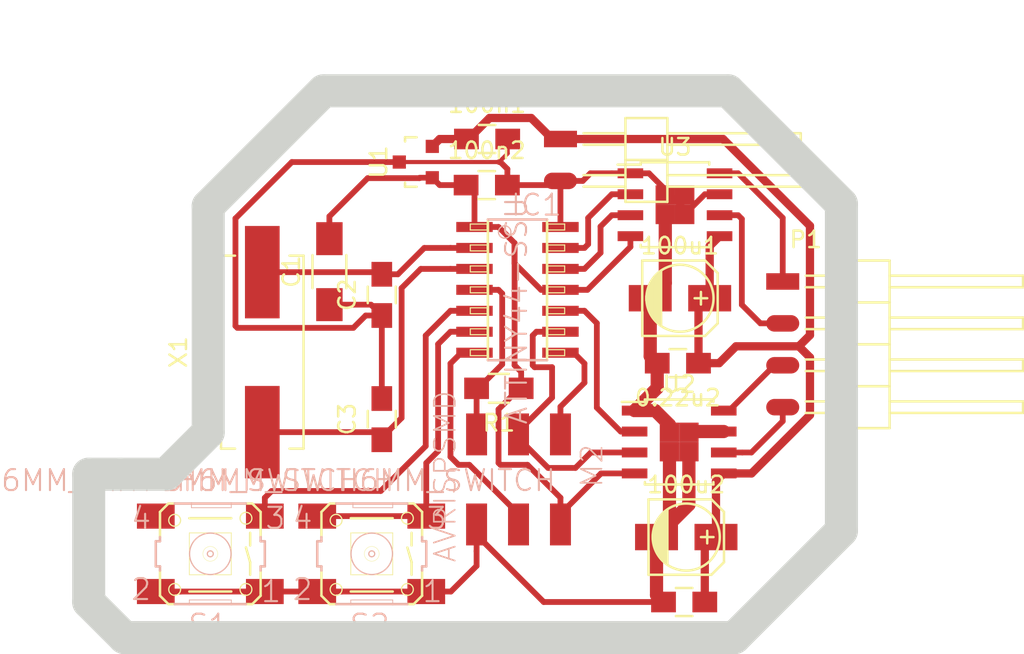
<source format=kicad_pcb>
(kicad_pcb (version 4) (host pcbnew 4.0.0-rc1-stable)

  (general
    (links 65)
    (no_connects 6)
    (area 122.062999 99.456999 169.656001 134.604001)
    (thickness 1.6)
    (drawings 12)
    (tracks 209)
    (zones 0)
    (modules 20)
    (nets 19)
  )

  (page A4)
  (layers
    (0 F.Cu signal)
    (31 B.Cu signal)
    (32 B.Adhes user)
    (33 F.Adhes user)
    (34 B.Paste user hide)
    (35 F.Paste user)
    (36 B.SilkS user)
    (37 F.SilkS user)
    (38 B.Mask user)
    (39 F.Mask user)
    (40 Dwgs.User user)
    (41 Cmts.User user)
    (42 Eco1.User user)
    (43 Eco2.User user)
    (44 Edge.Cuts user)
    (45 Margin user)
    (46 B.CrtYd user)
    (47 F.CrtYd user)
    (48 B.Fab user)
    (49 F.Fab user)
  )

  (setup
    (last_trace_width 0.35)
    (trace_clearance 0.4)
    (zone_clearance 0.508)
    (zone_45_only no)
    (trace_min 0.2)
    (segment_width 0.2)
    (edge_width 2)
    (via_size 0.6)
    (via_drill 0.4)
    (via_min_size 0.4)
    (via_min_drill 0.3)
    (uvia_size 0.3)
    (uvia_drill 0.1)
    (uvias_allowed no)
    (uvia_min_size 0.2)
    (uvia_min_drill 0.1)
    (pcb_text_width 0.3)
    (pcb_text_size 1.5 1.5)
    (mod_edge_width 0.15)
    (mod_text_size 1 1)
    (mod_text_width 0.15)
    (pad_size 1.524 1.524)
    (pad_drill 0.762)
    (pad_to_mask_clearance 0.2)
    (aux_axis_origin 0 0)
    (visible_elements 7FFFFFFF)
    (pcbplotparams
      (layerselection 0x00030_80000001)
      (usegerberextensions false)
      (excludeedgelayer true)
      (linewidth 0.100000)
      (plotframeref false)
      (viasonmask false)
      (mode 1)
      (useauxorigin false)
      (hpglpennumber 1)
      (hpglpenspeed 20)
      (hpglpendiameter 15)
      (hpglpenoverlay 2)
      (psnegative false)
      (psa4output false)
      (plotreference true)
      (plotvalue true)
      (plotinvisibletext false)
      (padsonsilk false)
      (subtractmaskfromsilk false)
      (outputformat 1)
      (mirror false)
      (drillshape 1)
      (scaleselection 1)
      (outputdirectory ""))
  )

  (net 0 "")
  (net 1 VIN)
  (net 2 GND)
  (net 3 VCC)
  (net 4 XTAL1)
  (net 5 XTAL2)
  (net 6 RST)
  (net 7 MOSI)
  (net 8 MISO)
  (net 9 MOT11)
  (net 10 MOT12)
  (net 11 MOT22)
  (net 12 MOT21)
  (net 13 OUT11)
  (net 14 OUT12)
  (net 15 OUT22)
  (net 16 OUT21)
  (net 17 BTN1)
  (net 18 BTN2)

  (net_class Default "This is the default net class."
    (clearance 0.4)
    (trace_width 0.35)
    (via_dia 0.6)
    (via_drill 0.4)
    (uvia_dia 0.3)
    (uvia_drill 0.1)
    (add_net BTN1)
    (add_net BTN2)
    (add_net MISO)
    (add_net MOSI)
    (add_net MOT11)
    (add_net MOT12)
    (add_net MOT21)
    (add_net MOT22)
    (add_net OUT11)
    (add_net OUT12)
    (add_net OUT21)
    (add_net OUT22)
    (add_net RST)
    (add_net VCC)
    (add_net XTAL1)
    (add_net XTAL2)
  )

  (net_class Slim ""
    (clearance 0.4)
    (trace_width 0.35)
    (via_dia 0.6)
    (via_drill 0.4)
    (uvia_dia 0.3)
    (uvia_drill 0.1)
    (add_net GND)
  )

  (net_class VIN ""
    (clearance 0.4)
    (trace_width 0.5)
    (via_dia 0.6)
    (via_drill 0.4)
    (uvia_dia 0.3)
    (uvia_drill 0.1)
    (add_net VIN)
  )

  (module Capacitors_SMD:C_0805_HandSoldering (layer F.Cu) (tedit 541A9B8D) (tstamp 57235AF0)
    (at 140.81697 120.360628 90)
    (descr "Capacitor SMD 0805, hand soldering")
    (tags "capacitor 0805")
    (path /5721EC1D)
    (attr smd)
    (fp_text reference C3 (at 0 -2.1 90) (layer F.SilkS)
      (effects (font (size 1 1) (thickness 0.15)))
    )
    (fp_text value C (at 0 2.1 90) (layer F.Fab)
      (effects (font (size 1 1) (thickness 0.15)))
    )
    (fp_line (start -2.3 -1) (end 2.3 -1) (layer F.CrtYd) (width 0.05))
    (fp_line (start -2.3 1) (end 2.3 1) (layer F.CrtYd) (width 0.05))
    (fp_line (start -2.3 -1) (end -2.3 1) (layer F.CrtYd) (width 0.05))
    (fp_line (start 2.3 -1) (end 2.3 1) (layer F.CrtYd) (width 0.05))
    (fp_line (start 0.5 -0.85) (end -0.5 -0.85) (layer F.SilkS) (width 0.15))
    (fp_line (start -0.5 0.85) (end 0.5 0.85) (layer F.SilkS) (width 0.15))
    (pad 1 smd rect (at -1.25 0 90) (size 1.5 1.25) (layers F.Cu F.Paste F.Mask)
      (net 5 XTAL2))
    (pad 2 smd rect (at 1.25 0 90) (size 1.5 1.25) (layers F.Cu F.Paste F.Mask)
      (net 2 GND))
    (model Capacitors_SMD.3dshapes/C_0805_HandSoldering.wrl
      (at (xyz 0 0 0))
      (scale (xyz 1 1 1))
      (rotate (xyz 0 0 0))
    )
  )

  (module Capacitors_SMD:C_0805_HandSoldering (layer F.Cu) (tedit 541A9B8D) (tstamp 57235AE4)
    (at 140.81697 112.827628 90)
    (descr "Capacitor SMD 0805, hand soldering")
    (tags "capacitor 0805")
    (path /5721EC1E)
    (attr smd)
    (fp_text reference C2 (at 0 -2.1 90) (layer F.SilkS)
      (effects (font (size 1 1) (thickness 0.15)))
    )
    (fp_text value C (at 0 2.1 90) (layer F.Fab)
      (effects (font (size 1 1) (thickness 0.15)))
    )
    (fp_line (start -2.3 -1) (end 2.3 -1) (layer F.CrtYd) (width 0.05))
    (fp_line (start -2.3 1) (end 2.3 1) (layer F.CrtYd) (width 0.05))
    (fp_line (start -2.3 -1) (end -2.3 1) (layer F.CrtYd) (width 0.05))
    (fp_line (start 2.3 -1) (end 2.3 1) (layer F.CrtYd) (width 0.05))
    (fp_line (start 0.5 -0.85) (end -0.5 -0.85) (layer F.SilkS) (width 0.15))
    (fp_line (start -0.5 0.85) (end 0.5 0.85) (layer F.SilkS) (width 0.15))
    (pad 1 smd rect (at -1.25 0 90) (size 1.5 1.25) (layers F.Cu F.Paste F.Mask)
      (net 2 GND))
    (pad 2 smd rect (at 1.25 0 90) (size 1.5 1.25) (layers F.Cu F.Paste F.Mask)
      (net 4 XTAL1))
    (model "C:/Program Files/KiCad/share/kicad/modules/packages3d/Capacitors_SMD.3dshapes/C_0805_HandSoldering.wrl"
      (at (xyz 0 0 0))
      (scale (xyz 1 1 1))
      (rotate (xyz 0 0 0))
    )
  )

  (module Capacitors_SMD:C_0805_HandSoldering (layer F.Cu) (tedit 541A9B8D) (tstamp 57235A72)
    (at 159.131 131.445 180)
    (descr "Capacitor SMD 0805, hand soldering")
    (tags "capacitor 0805")
    (path /5723ABEE)
    (attr smd)
    (fp_text reference 0.22u1 (at 0 -2.1 180) (layer F.SilkS)
      (effects (font (size 1 1) (thickness 0.15)))
    )
    (fp_text value C (at 0 2.1 180) (layer F.Fab)
      (effects (font (size 1 1) (thickness 0.15)))
    )
    (fp_line (start -2.3 -1) (end 2.3 -1) (layer F.CrtYd) (width 0.05))
    (fp_line (start -2.3 1) (end 2.3 1) (layer F.CrtYd) (width 0.05))
    (fp_line (start -2.3 -1) (end -2.3 1) (layer F.CrtYd) (width 0.05))
    (fp_line (start 2.3 -1) (end 2.3 1) (layer F.CrtYd) (width 0.05))
    (fp_line (start 0.5 -0.85) (end -0.5 -0.85) (layer F.SilkS) (width 0.15))
    (fp_line (start -0.5 0.85) (end 0.5 0.85) (layer F.SilkS) (width 0.15))
    (pad 1 smd rect (at -1.25 0 180) (size 1.5 1.25) (layers F.Cu F.Paste F.Mask)
      (net 1 VIN))
    (pad 2 smd rect (at 1.25 0 180) (size 1.5 1.25) (layers F.Cu F.Paste F.Mask)
      (net 2 GND))
    (model Capacitors_SMD.3dshapes/C_0805_HandSoldering.wrl
      (at (xyz 0 0 0))
      (scale (xyz 1 1 1))
      (rotate (xyz 0 0 0))
    )
  )

  (module Capacitors_SMD:C_0805_HandSoldering (layer F.Cu) (tedit 541A9B8D) (tstamp 57235A7E)
    (at 158.75 116.967 180)
    (descr "Capacitor SMD 0805, hand soldering")
    (tags "capacitor 0805")
    (path /5723AEB6)
    (attr smd)
    (fp_text reference 0.22u2 (at 0 -2.1 180) (layer F.SilkS)
      (effects (font (size 1 1) (thickness 0.15)))
    )
    (fp_text value C (at 0 2.1 180) (layer F.Fab)
      (effects (font (size 1 1) (thickness 0.15)))
    )
    (fp_line (start -2.3 -1) (end 2.3 -1) (layer F.CrtYd) (width 0.05))
    (fp_line (start -2.3 1) (end 2.3 1) (layer F.CrtYd) (width 0.05))
    (fp_line (start -2.3 -1) (end -2.3 1) (layer F.CrtYd) (width 0.05))
    (fp_line (start 2.3 -1) (end 2.3 1) (layer F.CrtYd) (width 0.05))
    (fp_line (start 0.5 -0.85) (end -0.5 -0.85) (layer F.SilkS) (width 0.15))
    (fp_line (start -0.5 0.85) (end 0.5 0.85) (layer F.SilkS) (width 0.15))
    (pad 1 smd rect (at -1.25 0 180) (size 1.5 1.25) (layers F.Cu F.Paste F.Mask)
      (net 1 VIN))
    (pad 2 smd rect (at 1.25 0 180) (size 1.5 1.25) (layers F.Cu F.Paste F.Mask)
      (net 2 GND))
    (model Capacitors_SMD.3dshapes/C_0805_HandSoldering.wrl
      (at (xyz 0 0 0))
      (scale (xyz 1 1 1))
      (rotate (xyz 0 0 0))
    )
  )

  (module Capacitors_SMD:C_0805_HandSoldering (layer F.Cu) (tedit 541A9B8D) (tstamp 57235A8A)
    (at 147.193 103.378)
    (descr "Capacitor SMD 0805, hand soldering")
    (tags "capacitor 0805")
    (path /5723A799)
    (attr smd)
    (fp_text reference 100n1 (at 0 -2.1) (layer F.SilkS)
      (effects (font (size 1 1) (thickness 0.15)))
    )
    (fp_text value C (at 0 2.1) (layer F.Fab)
      (effects (font (size 1 1) (thickness 0.15)))
    )
    (fp_line (start -2.3 -1) (end 2.3 -1) (layer F.CrtYd) (width 0.05))
    (fp_line (start -2.3 1) (end 2.3 1) (layer F.CrtYd) (width 0.05))
    (fp_line (start -2.3 -1) (end -2.3 1) (layer F.CrtYd) (width 0.05))
    (fp_line (start 2.3 -1) (end 2.3 1) (layer F.CrtYd) (width 0.05))
    (fp_line (start 0.5 -0.85) (end -0.5 -0.85) (layer F.SilkS) (width 0.15))
    (fp_line (start -0.5 0.85) (end 0.5 0.85) (layer F.SilkS) (width 0.15))
    (pad 1 smd rect (at -1.25 0) (size 1.5 1.25) (layers F.Cu F.Paste F.Mask)
      (net 1 VIN))
    (pad 2 smd rect (at 1.25 0) (size 1.5 1.25) (layers F.Cu F.Paste F.Mask)
      (net 2 GND))
    (model Capacitors_SMD.3dshapes/C_0805_HandSoldering.wrl
      (at (xyz 0 0 0))
      (scale (xyz 1 1 1))
      (rotate (xyz 0 0 0))
    )
  )

  (module Capacitors_SMD:C_0805_HandSoldering (layer F.Cu) (tedit 541A9B8D) (tstamp 57235A96)
    (at 147.173 106.172)
    (descr "Capacitor SMD 0805, hand soldering")
    (tags "capacitor 0805")
    (path /57235C1A)
    (attr smd)
    (fp_text reference 100n2 (at 0 -2.1) (layer F.SilkS)
      (effects (font (size 1 1) (thickness 0.15)))
    )
    (fp_text value C (at 0 2.1) (layer F.Fab)
      (effects (font (size 1 1) (thickness 0.15)))
    )
    (fp_line (start -2.3 -1) (end 2.3 -1) (layer F.CrtYd) (width 0.05))
    (fp_line (start -2.3 1) (end 2.3 1) (layer F.CrtYd) (width 0.05))
    (fp_line (start -2.3 -1) (end -2.3 1) (layer F.CrtYd) (width 0.05))
    (fp_line (start 2.3 -1) (end 2.3 1) (layer F.CrtYd) (width 0.05))
    (fp_line (start 0.5 -0.85) (end -0.5 -0.85) (layer F.SilkS) (width 0.15))
    (fp_line (start -0.5 0.85) (end 0.5 0.85) (layer F.SilkS) (width 0.15))
    (pad 1 smd rect (at -1.25 0) (size 1.5 1.25) (layers F.Cu F.Paste F.Mask)
      (net 3 VCC))
    (pad 2 smd rect (at 1.25 0) (size 1.5 1.25) (layers F.Cu F.Paste F.Mask)
      (net 2 GND))
    (model Capacitors_SMD.3dshapes/C_0805_HandSoldering.wrl
      (at (xyz 0 0 0))
      (scale (xyz 1 1 1))
      (rotate (xyz 0 0 0))
    )
  )

  (module Capacitors_SMD:c_elec_4x4.5 (layer F.Cu) (tedit 55725C01) (tstamp 57235AB1)
    (at 158.877 113.03)
    (descr "SMT capacitor, aluminium electrolytic, 4x4.5")
    (path /5723AC5A)
    (attr smd)
    (fp_text reference 100u1 (at 0 -3.175) (layer F.SilkS)
      (effects (font (size 1 1) (thickness 0.15)))
    )
    (fp_text value CP (at 0 3.175) (layer F.Fab)
      (effects (font (size 1 1) (thickness 0.15)))
    )
    (fp_line (start -3.35 2.65) (end 3.35 2.65) (layer F.CrtYd) (width 0.05))
    (fp_line (start 3.35 -2.65) (end -3.35 -2.65) (layer F.CrtYd) (width 0.05))
    (fp_line (start -3.35 -2.65) (end -3.35 2.65) (layer F.CrtYd) (width 0.05))
    (fp_line (start 3.35 2.65) (end 3.35 -2.65) (layer F.CrtYd) (width 0.05))
    (fp_line (start 1.651 0) (end 0.889 0) (layer F.SilkS) (width 0.15))
    (fp_line (start 1.27 -0.381) (end 1.27 0.381) (layer F.SilkS) (width 0.15))
    (fp_line (start 1.524 2.286) (end -2.286 2.286) (layer F.SilkS) (width 0.15))
    (fp_line (start 2.286 -1.524) (end 2.286 1.524) (layer F.SilkS) (width 0.15))
    (fp_line (start 1.524 2.286) (end 2.286 1.524) (layer F.SilkS) (width 0.15))
    (fp_line (start 1.524 -2.286) (end -2.286 -2.286) (layer F.SilkS) (width 0.15))
    (fp_line (start 1.524 -2.286) (end 2.286 -1.524) (layer F.SilkS) (width 0.15))
    (fp_line (start -2.032 0.127) (end -2.032 -0.127) (layer F.SilkS) (width 0.15))
    (fp_line (start -1.905 -0.635) (end -1.905 0.635) (layer F.SilkS) (width 0.15))
    (fp_line (start -1.778 0.889) (end -1.778 -0.889) (layer F.SilkS) (width 0.15))
    (fp_line (start -1.651 1.143) (end -1.651 -1.143) (layer F.SilkS) (width 0.15))
    (fp_line (start -1.524 -1.27) (end -1.524 1.27) (layer F.SilkS) (width 0.15))
    (fp_line (start -1.397 1.397) (end -1.397 -1.397) (layer F.SilkS) (width 0.15))
    (fp_line (start -1.27 -1.524) (end -1.27 1.524) (layer F.SilkS) (width 0.15))
    (fp_line (start -1.143 -1.651) (end -1.143 1.651) (layer F.SilkS) (width 0.15))
    (fp_line (start -2.286 -2.286) (end -2.286 2.286) (layer F.SilkS) (width 0.15))
    (fp_circle (center 0 0) (end -2.032 0) (layer F.SilkS) (width 0.15))
    (pad 1 smd rect (at 1.80086 0) (size 2.60096 1.6002) (layers F.Cu F.Paste F.Mask)
      (net 1 VIN))
    (pad 2 smd rect (at -1.80086 0) (size 2.60096 1.6002) (layers F.Cu F.Paste F.Mask)
      (net 2 GND))
    (model Capacitors_SMD.3dshapes/c_elec_4x4.5.wrl
      (at (xyz 0 0 0))
      (scale (xyz 1 1 1))
      (rotate (xyz 0 0 0))
    )
  )

  (module Capacitors_SMD:c_elec_4x4.5 (layer F.Cu) (tedit 55725C01) (tstamp 57235ACC)
    (at 159.258 127.508)
    (descr "SMT capacitor, aluminium electrolytic, 4x4.5")
    (path /5723AE4F)
    (attr smd)
    (fp_text reference 100u2 (at 0 -3.175) (layer F.SilkS)
      (effects (font (size 1 1) (thickness 0.15)))
    )
    (fp_text value CP (at 0 3.175) (layer F.Fab)
      (effects (font (size 1 1) (thickness 0.15)))
    )
    (fp_line (start -3.35 2.65) (end 3.35 2.65) (layer F.CrtYd) (width 0.05))
    (fp_line (start 3.35 -2.65) (end -3.35 -2.65) (layer F.CrtYd) (width 0.05))
    (fp_line (start -3.35 -2.65) (end -3.35 2.65) (layer F.CrtYd) (width 0.05))
    (fp_line (start 3.35 2.65) (end 3.35 -2.65) (layer F.CrtYd) (width 0.05))
    (fp_line (start 1.651 0) (end 0.889 0) (layer F.SilkS) (width 0.15))
    (fp_line (start 1.27 -0.381) (end 1.27 0.381) (layer F.SilkS) (width 0.15))
    (fp_line (start 1.524 2.286) (end -2.286 2.286) (layer F.SilkS) (width 0.15))
    (fp_line (start 2.286 -1.524) (end 2.286 1.524) (layer F.SilkS) (width 0.15))
    (fp_line (start 1.524 2.286) (end 2.286 1.524) (layer F.SilkS) (width 0.15))
    (fp_line (start 1.524 -2.286) (end -2.286 -2.286) (layer F.SilkS) (width 0.15))
    (fp_line (start 1.524 -2.286) (end 2.286 -1.524) (layer F.SilkS) (width 0.15))
    (fp_line (start -2.032 0.127) (end -2.032 -0.127) (layer F.SilkS) (width 0.15))
    (fp_line (start -1.905 -0.635) (end -1.905 0.635) (layer F.SilkS) (width 0.15))
    (fp_line (start -1.778 0.889) (end -1.778 -0.889) (layer F.SilkS) (width 0.15))
    (fp_line (start -1.651 1.143) (end -1.651 -1.143) (layer F.SilkS) (width 0.15))
    (fp_line (start -1.524 -1.27) (end -1.524 1.27) (layer F.SilkS) (width 0.15))
    (fp_line (start -1.397 1.397) (end -1.397 -1.397) (layer F.SilkS) (width 0.15))
    (fp_line (start -1.27 -1.524) (end -1.27 1.524) (layer F.SilkS) (width 0.15))
    (fp_line (start -1.143 -1.651) (end -1.143 1.651) (layer F.SilkS) (width 0.15))
    (fp_line (start -2.286 -2.286) (end -2.286 2.286) (layer F.SilkS) (width 0.15))
    (fp_circle (center 0 0) (end -2.032 0) (layer F.SilkS) (width 0.15))
    (pad 1 smd rect (at 1.80086 0) (size 2.60096 1.6002) (layers F.Cu F.Paste F.Mask)
      (net 1 VIN))
    (pad 2 smd rect (at -1.80086 0) (size 2.60096 1.6002) (layers F.Cu F.Paste F.Mask)
      (net 2 GND))
    (model Capacitors_SMD.3dshapes/c_elec_4x4.5.wrl
      (at (xyz 0 0 0))
      (scale (xyz 1 1 1))
      (rotate (xyz 0 0 0))
    )
  )

  (module Capacitors_SMD:C_1206_HandSoldering (layer F.Cu) (tedit 541A9C03) (tstamp 57235AD8)
    (at 137.64197 111.418628 90)
    (descr "Capacitor SMD 1206, hand soldering")
    (tags "capacitor 1206")
    (path /5721EC17)
    (attr smd)
    (fp_text reference C1 (at 0 -2.3 90) (layer F.SilkS)
      (effects (font (size 1 1) (thickness 0.15)))
    )
    (fp_text value 1u (at 0 2.3 90) (layer F.Fab)
      (effects (font (size 1 1) (thickness 0.15)))
    )
    (fp_line (start -3.3 -1.15) (end 3.3 -1.15) (layer F.CrtYd) (width 0.05))
    (fp_line (start -3.3 1.15) (end 3.3 1.15) (layer F.CrtYd) (width 0.05))
    (fp_line (start -3.3 -1.15) (end -3.3 1.15) (layer F.CrtYd) (width 0.05))
    (fp_line (start 3.3 -1.15) (end 3.3 1.15) (layer F.CrtYd) (width 0.05))
    (fp_line (start 1 -1.025) (end -1 -1.025) (layer F.SilkS) (width 0.15))
    (fp_line (start -1 1.025) (end 1 1.025) (layer F.SilkS) (width 0.15))
    (pad 1 smd rect (at -2 0 90) (size 2 1.6) (layers F.Cu F.Paste F.Mask)
      (net 2 GND))
    (pad 2 smd rect (at 2 0 90) (size 2 1.6) (layers F.Cu F.Paste F.Mask)
      (net 3 VCC))
    (model Capacitors_SMD.3dshapes/C_1206_HandSoldering.wrl
      (at (xyz 0 0 0))
      (scale (xyz 1 1 1))
      (rotate (xyz 0 0 0))
    )
  )

  (module fab:fab-SOIC14 (layer F.Cu) (tedit 200000) (tstamp 57235B3F)
    (at 149.0345 112.522 270)
    (descr "SMALL OUTLINE PACKAGE")
    (tags "SMALL OUTLINE PACKAGE")
    (path /5721EC14)
    (attr smd)
    (fp_text reference IC1 (at -5.1435 -1.143 360) (layer B.SilkS)
      (effects (font (size 1.27 1.27) (thickness 0.127)))
    )
    (fp_text value ATTINY44-SSU (at 1.27 0.0635 270) (layer B.SilkS)
      (effects (font (size 1.27 1.27) (thickness 0.127)))
    )
    (fp_line (start -3.9878 -1.8415) (end -3.62966 -1.8415) (layer F.SilkS) (width 0.06604))
    (fp_line (start -3.62966 -1.8415) (end -3.62966 -2.8575) (layer F.SilkS) (width 0.06604))
    (fp_line (start -3.9878 -2.8575) (end -3.62966 -2.8575) (layer F.SilkS) (width 0.06604))
    (fp_line (start -3.9878 -1.8415) (end -3.9878 -2.8575) (layer F.SilkS) (width 0.06604))
    (fp_line (start -2.7178 -1.8415) (end -2.3622 -1.8415) (layer F.SilkS) (width 0.06604))
    (fp_line (start -2.3622 -1.8415) (end -2.3622 -2.8575) (layer F.SilkS) (width 0.06604))
    (fp_line (start -2.7178 -2.8575) (end -2.3622 -2.8575) (layer F.SilkS) (width 0.06604))
    (fp_line (start -2.7178 -1.8415) (end -2.7178 -2.8575) (layer F.SilkS) (width 0.06604))
    (fp_line (start -1.4478 -1.8415) (end -1.08966 -1.8415) (layer F.SilkS) (width 0.06604))
    (fp_line (start -1.08966 -1.8415) (end -1.08966 -2.8575) (layer F.SilkS) (width 0.06604))
    (fp_line (start -1.4478 -2.8575) (end -1.08966 -2.8575) (layer F.SilkS) (width 0.06604))
    (fp_line (start -1.4478 -1.8415) (end -1.4478 -2.8575) (layer F.SilkS) (width 0.06604))
    (fp_line (start -0.1778 -1.8415) (end 0.1778 -1.8415) (layer F.SilkS) (width 0.06604))
    (fp_line (start 0.1778 -1.8415) (end 0.1778 -2.8575) (layer F.SilkS) (width 0.06604))
    (fp_line (start -0.1778 -2.8575) (end 0.1778 -2.8575) (layer F.SilkS) (width 0.06604))
    (fp_line (start -0.1778 -1.8415) (end -0.1778 -2.8575) (layer F.SilkS) (width 0.06604))
    (fp_line (start 1.08966 -1.8415) (end 1.4478 -1.8415) (layer F.SilkS) (width 0.06604))
    (fp_line (start 1.4478 -1.8415) (end 1.4478 -2.8575) (layer F.SilkS) (width 0.06604))
    (fp_line (start 1.08966 -2.8575) (end 1.4478 -2.8575) (layer F.SilkS) (width 0.06604))
    (fp_line (start 1.08966 -1.8415) (end 1.08966 -2.8575) (layer F.SilkS) (width 0.06604))
    (fp_line (start 2.3622 -1.8415) (end 2.7178 -1.8415) (layer F.SilkS) (width 0.06604))
    (fp_line (start 2.7178 -1.8415) (end 2.7178 -2.8575) (layer F.SilkS) (width 0.06604))
    (fp_line (start 2.3622 -2.8575) (end 2.7178 -2.8575) (layer F.SilkS) (width 0.06604))
    (fp_line (start 2.3622 -1.8415) (end 2.3622 -2.8575) (layer F.SilkS) (width 0.06604))
    (fp_line (start 3.62966 -1.8415) (end 3.9878 -1.8415) (layer F.SilkS) (width 0.06604))
    (fp_line (start 3.9878 -1.8415) (end 3.9878 -2.8575) (layer F.SilkS) (width 0.06604))
    (fp_line (start 3.62966 -2.8575) (end 3.9878 -2.8575) (layer F.SilkS) (width 0.06604))
    (fp_line (start 3.62966 -1.8415) (end 3.62966 -2.8575) (layer F.SilkS) (width 0.06604))
    (fp_line (start 3.62966 2.8575) (end 3.9878 2.8575) (layer F.SilkS) (width 0.06604))
    (fp_line (start 3.9878 2.8575) (end 3.9878 1.8415) (layer F.SilkS) (width 0.06604))
    (fp_line (start 3.62966 1.8415) (end 3.9878 1.8415) (layer F.SilkS) (width 0.06604))
    (fp_line (start 3.62966 2.8575) (end 3.62966 1.8415) (layer F.SilkS) (width 0.06604))
    (fp_line (start 2.3622 2.8575) (end 2.7178 2.8575) (layer F.SilkS) (width 0.06604))
    (fp_line (start 2.7178 2.8575) (end 2.7178 1.8415) (layer F.SilkS) (width 0.06604))
    (fp_line (start 2.3622 1.8415) (end 2.7178 1.8415) (layer F.SilkS) (width 0.06604))
    (fp_line (start 2.3622 2.8575) (end 2.3622 1.8415) (layer F.SilkS) (width 0.06604))
    (fp_line (start 1.08966 2.8575) (end 1.4478 2.8575) (layer F.SilkS) (width 0.06604))
    (fp_line (start 1.4478 2.8575) (end 1.4478 1.8415) (layer F.SilkS) (width 0.06604))
    (fp_line (start 1.08966 1.8415) (end 1.4478 1.8415) (layer F.SilkS) (width 0.06604))
    (fp_line (start 1.08966 2.8575) (end 1.08966 1.8415) (layer F.SilkS) (width 0.06604))
    (fp_line (start -0.1778 2.8575) (end 0.1778 2.8575) (layer F.SilkS) (width 0.06604))
    (fp_line (start 0.1778 2.8575) (end 0.1778 1.8415) (layer F.SilkS) (width 0.06604))
    (fp_line (start -0.1778 1.8415) (end 0.1778 1.8415) (layer F.SilkS) (width 0.06604))
    (fp_line (start -0.1778 2.8575) (end -0.1778 1.8415) (layer F.SilkS) (width 0.06604))
    (fp_line (start -1.4478 2.8575) (end -1.08966 2.8575) (layer F.SilkS) (width 0.06604))
    (fp_line (start -1.08966 2.8575) (end -1.08966 1.8415) (layer F.SilkS) (width 0.06604))
    (fp_line (start -1.4478 1.8415) (end -1.08966 1.8415) (layer F.SilkS) (width 0.06604))
    (fp_line (start -1.4478 2.8575) (end -1.4478 1.8415) (layer F.SilkS) (width 0.06604))
    (fp_line (start -2.7178 2.8575) (end -2.3622 2.8575) (layer F.SilkS) (width 0.06604))
    (fp_line (start -2.3622 2.8575) (end -2.3622 1.8415) (layer F.SilkS) (width 0.06604))
    (fp_line (start -2.7178 1.8415) (end -2.3622 1.8415) (layer F.SilkS) (width 0.06604))
    (fp_line (start -2.7178 2.8575) (end -2.7178 1.8415) (layer F.SilkS) (width 0.06604))
    (fp_line (start -3.9878 2.8575) (end -3.62966 2.8575) (layer F.SilkS) (width 0.06604))
    (fp_line (start -3.62966 2.8575) (end -3.62966 1.8415) (layer F.SilkS) (width 0.06604))
    (fp_line (start -3.9878 1.8415) (end -3.62966 1.8415) (layer F.SilkS) (width 0.06604))
    (fp_line (start -3.9878 2.8575) (end -3.9878 1.8415) (layer F.SilkS) (width 0.06604))
    (fp_line (start -4.26466 1.7907) (end 4.26466 1.7907) (layer F.SilkS) (width 0.1524))
    (fp_line (start 4.26466 1.7907) (end 4.26466 -1.7907) (layer B.SilkS) (width 0.1524))
    (fp_line (start 4.26466 -1.7907) (end -4.26466 -1.7907) (layer F.SilkS) (width 0.1524))
    (fp_line (start -4.26466 -1.7907) (end -4.26466 1.7907) (layer B.SilkS) (width 0.1524))
    (fp_circle (center -3.5052 0.7747) (end -3.7719 1.0414) (layer B.SilkS) (width 0.0762))
    (pad 1 smd rect (at -3.81 2.6035 270) (size 0.6096 2.20726) (layers F.Cu F.Paste F.Mask)
      (net 3 VCC))
    (pad 2 smd rect (at -2.54 2.6035 270) (size 0.6096 2.20726) (layers F.Cu F.Paste F.Mask)
      (net 4 XTAL1))
    (pad 3 smd rect (at -1.27 2.6035 270) (size 0.6096 2.20726) (layers F.Cu F.Paste F.Mask)
      (net 5 XTAL2))
    (pad 4 smd rect (at 0 2.6035 270) (size 0.6096 2.20726) (layers F.Cu F.Paste F.Mask)
      (net 6 RST))
    (pad 5 smd rect (at 1.27 2.6035 270) (size 0.6096 2.20726) (layers F.Cu F.Paste F.Mask)
      (net 17 BTN1))
    (pad 6 smd rect (at 2.54 2.6035 270) (size 0.6096 2.20726) (layers F.Cu F.Paste F.Mask)
      (net 18 BTN2))
    (pad 7 smd rect (at 3.81 2.6035 270) (size 0.6096 2.20726) (layers F.Cu F.Paste F.Mask)
      (net 7 MOSI))
    (pad 8 smd rect (at 3.81 -2.6035 270) (size 0.6096 2.20726) (layers F.Cu F.Paste F.Mask)
      (net 8 MISO))
    (pad 9 smd rect (at 2.54 -2.6035 270) (size 0.6096 2.20726) (layers F.Cu F.Paste F.Mask)
      (net 9 MOT11))
    (pad 10 smd rect (at 1.27 -2.6035 270) (size 0.6096 2.20726) (layers F.Cu F.Paste F.Mask)
      (net 10 MOT12))
    (pad 11 smd rect (at 0 -2.6035 270) (size 0.6096 2.20726) (layers F.Cu F.Paste F.Mask)
      (net 3 VCC))
    (pad 12 smd rect (at -1.27 -2.6035 270) (size 0.6096 2.20726) (layers F.Cu F.Paste F.Mask)
      (net 12 MOT21))
    (pad 13 smd rect (at -2.54 -2.6035 270) (size 0.6096 2.20726) (layers F.Cu F.Paste F.Mask)
      (net 11 MOT22))
    (pad 14 smd rect (at -3.81 -2.6035 270) (size 0.6096 2.20726) (layers F.Cu F.Paste F.Mask)
      (net 2 GND))
    (model Housings_SOIC.3dshapes/SOIC-14_3.9x8.7mm_Pitch1.27mm.wrl
      (at (xyz 0 0 0))
      (scale (xyz 1 1 1))
      (rotate (xyz 0 0 90))
    )
  )

  (module fab:fab-2X03SMD (layer F.Cu) (tedit 200000) (tstamp 57235B53)
    (at 149.098 123.825 270)
    (path /5721EC15)
    (attr smd)
    (fp_text reference M2 (at -0.635 -4.445 270) (layer B.SilkS)
      (effects (font (size 1.27 1.27) (thickness 0.1016)))
    )
    (fp_text value AVRISPSMD (at 0 4.445 270) (layer B.SilkS)
      (effects (font (size 1.27 1.27) (thickness 0.1016)))
    )
    (pad 1 smd rect (at -2.54 -2.54 270) (size 2.54 1.27) (layers F.Cu F.Paste F.Mask)
      (net 8 MISO))
    (pad 2 smd rect (at 2.91846 -2.54 270) (size 2.54 1.27) (layers F.Cu F.Paste F.Mask)
      (net 3 VCC))
    (pad 3 smd rect (at -2.54 0 270) (size 2.54 1.27) (layers F.Cu F.Paste F.Mask)
      (net 9 MOT11))
    (pad 4 smd rect (at 2.91846 0 270) (size 2.54 1.27) (layers F.Cu F.Paste F.Mask)
      (net 7 MOSI))
    (pad 5 smd rect (at -2.54 2.54 270) (size 2.54 1.27) (layers F.Cu F.Paste F.Mask)
      (net 6 RST))
    (pad 6 smd rect (at 2.91846 2.54 270) (size 2.54 1.27) (layers F.Cu F.Paste F.Mask)
      (net 2 GND))
  )

  (module fablab-inventory:Pin_Header_Angled_SMD_1X04 (layer F.Cu) (tedit 56DAB1D1) (tstamp 57235B7C)
    (at 170.307 115.824 270)
    (path /5723721F)
    (fp_text reference P1 (at -6.35 3.81 360) (layer F.SilkS)
      (effects (font (size 1 1) (thickness 0.15)))
    )
    (fp_text value Header_angled_SMT_1X04 (at 0 7.62 270) (layer F.Fab)
      (effects (font (size 1 1) (thickness 0.15)))
    )
    (fp_line (start 5.08 -1.27) (end 2.54 -1.27) (layer F.SilkS) (width 0.15))
    (fp_line (start 5.08 1.27) (end 5.08 -1.27) (layer F.SilkS) (width 0.15))
    (fp_line (start 2.54 1.27) (end 5.08 1.27) (layer F.SilkS) (width 0.15))
    (fp_line (start 2.54 -1.27) (end 0 -1.27) (layer F.SilkS) (width 0.15))
    (fp_line (start -0.92 1.27) (end -0.92 3.81) (layer F.SilkS) (width 0.15))
    (fp_line (start -1.62 1.27) (end -1.62 3.81) (layer F.SilkS) (width 0.15))
    (fp_line (start -1.62 -9.35) (end -1.62 -1.27) (layer F.SilkS) (width 0.15))
    (fp_line (start -0.92 -9.35) (end -1.62 -9.35) (layer F.SilkS) (width 0.15))
    (fp_line (start -0.92 -1.27) (end -0.92 -9.35) (layer F.SilkS) (width 0.15))
    (fp_line (start -3.46 1.27) (end -3.46 3.81) (layer F.SilkS) (width 0.15))
    (fp_line (start -4.16 1.27) (end -4.16 3.81) (layer F.SilkS) (width 0.15))
    (fp_line (start -4.16 -9.35) (end -4.16 -1.27) (layer F.SilkS) (width 0.15))
    (fp_line (start -4.16 -9.35) (end -3.46 -9.35) (layer F.SilkS) (width 0.15))
    (fp_line (start -3.46 -1.27) (end -3.46 -9.35) (layer F.SilkS) (width 0.15))
    (fp_line (start 0 -1.27) (end -2.54 -1.27) (layer F.SilkS) (width 0.15))
    (fp_line (start 0 1.27) (end 0 -1.27) (layer F.SilkS) (width 0.15))
    (fp_line (start -2.54 1.27) (end 0 1.27) (layer F.SilkS) (width 0.15))
    (fp_line (start -5.08 -1.27) (end -5.08 1.27) (layer F.SilkS) (width 0.15))
    (fp_line (start -2.54 -1.27) (end -5.08 -1.27) (layer F.SilkS) (width 0.15))
    (fp_line (start -2.54 1.27) (end -2.54 -1.27) (layer F.SilkS) (width 0.15))
    (fp_line (start -5.08 1.27) (end -2.54 1.27) (layer F.SilkS) (width 0.15))
    (fp_line (start 2.54 1.27) (end 0 1.27) (layer F.SilkS) (width 0.15))
    (fp_line (start 0.92 1.27) (end 0.92 3.81) (layer F.SilkS) (width 0.15))
    (fp_line (start 1.62 1.27) (end 1.62 3.81) (layer F.SilkS) (width 0.15))
    (fp_line (start 1.62 -9.35) (end 1.62 -1.27) (layer F.SilkS) (width 0.15))
    (fp_line (start 1.62 -9.35) (end 0.92 -9.35) (layer F.SilkS) (width 0.15))
    (fp_line (start 0.92 -1.27) (end 0.92 -9.35) (layer F.SilkS) (width 0.15))
    (fp_line (start 2.54 -1.27) (end 2.54 1.27) (layer F.SilkS) (width 0.15))
    (fp_line (start 3.46 1.27) (end 3.46 3.81) (layer F.SilkS) (width 0.15))
    (fp_line (start 4.16 1.27) (end 4.16 3.81) (layer F.SilkS) (width 0.15))
    (fp_line (start 4.16 -9.35) (end 4.16 -1.27) (layer F.SilkS) (width 0.15))
    (fp_line (start 4.16 -9.35) (end 3.46 -9.35) (layer F.SilkS) (width 0.15))
    (fp_line (start 3.46 -1.27) (end 3.46 -9.35) (layer F.SilkS) (width 0.15))
    (pad 1 smd rect (at -3.81 5.205 270) (size 1 2) (layers F.Cu F.Paste F.Mask)
      (net 15 OUT22))
    (pad 2 smd oval (at -1.27 5.205 270) (size 1 2) (layers F.Cu F.Paste F.Mask)
      (net 16 OUT21))
    (pad 3 smd oval (at 1.27 5.205 270) (size 1 2) (layers F.Cu F.Paste F.Mask)
      (net 14 OUT12))
    (pad 4 smd oval (at 3.81 5.205 270) (size 1 2) (layers F.Cu F.Paste F.Mask)
      (net 13 OUT11))
  )

  (module fablab-inventory:Pin_Header_Angled_SMD_1X02 (layer F.Cu) (tedit 56DAB188) (tstamp 57235B93)
    (at 156.845 104.648 270)
    (path /572370AE)
    (fp_text reference P2 (at -3.81 3.81 360) (layer F.SilkS)
      (effects (font (size 1 1) (thickness 0.15)))
    )
    (fp_text value Header_angled_SMT_1X02 (at 0 7.62 270) (layer F.Fab)
      (effects (font (size 1 1) (thickness 0.15)))
    )
    (fp_line (start 1.62 1.27) (end 1.62 3.81) (layer F.SilkS) (width 0.15))
    (fp_line (start 0.92 1.27) (end 0.92 3.81) (layer F.SilkS) (width 0.15))
    (fp_line (start 0.92 -9.35) (end 0.92 -1.27) (layer F.SilkS) (width 0.15))
    (fp_line (start 1.62 -9.35) (end 0.92 -9.35) (layer F.SilkS) (width 0.15))
    (fp_line (start 1.62 -1.27) (end 1.62 -9.35) (layer F.SilkS) (width 0.15))
    (fp_line (start -0.92 1.27) (end -0.92 3.81) (layer F.SilkS) (width 0.15))
    (fp_line (start -1.62 1.27) (end -1.62 3.81) (layer F.SilkS) (width 0.15))
    (fp_line (start -1.62 -9.35) (end -1.62 -1.27) (layer F.SilkS) (width 0.15))
    (fp_line (start -1.62 -9.35) (end -0.92 -9.35) (layer F.SilkS) (width 0.15))
    (fp_line (start -0.92 -1.27) (end -0.92 -9.35) (layer F.SilkS) (width 0.15))
    (fp_line (start 2.54 -1.27) (end 0 -1.27) (layer F.SilkS) (width 0.15))
    (fp_line (start 2.54 1.27) (end 2.54 -1.27) (layer F.SilkS) (width 0.15))
    (fp_line (start 0 1.27) (end 2.54 1.27) (layer F.SilkS) (width 0.15))
    (fp_line (start -2.54 -1.27) (end -2.54 1.27) (layer F.SilkS) (width 0.15))
    (fp_line (start 0 -1.27) (end -2.54 -1.27) (layer F.SilkS) (width 0.15))
    (fp_line (start 0 1.27) (end 0 -1.27) (layer F.SilkS) (width 0.15))
    (fp_line (start -2.54 1.27) (end 0 1.27) (layer F.SilkS) (width 0.15))
    (pad 1 smd rect (at -1.27 5.205 270) (size 1 2) (layers F.Cu F.Paste F.Mask)
      (net 1 VIN))
    (pad 2 smd oval (at 1.27 5.205 270) (size 1 2) (layers F.Cu F.Paste F.Mask)
      (net 2 GND))
  )

  (module Resistors_SMD:R_0805_HandSoldering (layer F.Cu) (tedit 54189DEE) (tstamp 57235B9F)
    (at 147.908 118.491 180)
    (descr "Resistor SMD 0805, hand soldering")
    (tags "resistor 0805")
    (path /5721EC18)
    (attr smd)
    (fp_text reference R1 (at 0 -2.1 180) (layer F.SilkS)
      (effects (font (size 1 1) (thickness 0.15)))
    )
    (fp_text value 10k (at 0 2.1 180) (layer F.Fab)
      (effects (font (size 1 1) (thickness 0.15)))
    )
    (fp_line (start -2.4 -1) (end 2.4 -1) (layer F.CrtYd) (width 0.05))
    (fp_line (start -2.4 1) (end 2.4 1) (layer F.CrtYd) (width 0.05))
    (fp_line (start -2.4 -1) (end -2.4 1) (layer F.CrtYd) (width 0.05))
    (fp_line (start 2.4 -1) (end 2.4 1) (layer F.CrtYd) (width 0.05))
    (fp_line (start 0.6 0.875) (end -0.6 0.875) (layer F.SilkS) (width 0.15))
    (fp_line (start -0.6 -0.875) (end 0.6 -0.875) (layer F.SilkS) (width 0.15))
    (pad 1 smd rect (at -1.35 0 180) (size 1.5 1.3) (layers F.Cu F.Paste F.Mask)
      (net 3 VCC))
    (pad 2 smd rect (at 1.35 0 180) (size 1.5 1.3) (layers F.Cu F.Paste F.Mask)
      (net 6 RST))
    (model Resistors_SMD.3dshapes/R_0805_HandSoldering.wrl
      (at (xyz 0 0 0))
      (scale (xyz 1 1 1))
      (rotate (xyz 0 0 0))
    )
  )

  (module TO_SOT_Packages_SMD:SOT-23 (layer F.Cu) (tedit 553634F8) (tstamp 57235BAF)
    (at 142.875 104.775 90)
    (descr "SOT-23, Standard")
    (tags SOT-23)
    (path /572350FF)
    (attr smd)
    (fp_text reference U1 (at 0 -2.25 90) (layer F.SilkS)
      (effects (font (size 1 1) (thickness 0.15)))
    )
    (fp_text value LM3480-5.0 (at 0 2.3 90) (layer F.Fab)
      (effects (font (size 1 1) (thickness 0.15)))
    )
    (fp_line (start -1.65 -1.6) (end 1.65 -1.6) (layer F.CrtYd) (width 0.05))
    (fp_line (start 1.65 -1.6) (end 1.65 1.6) (layer F.CrtYd) (width 0.05))
    (fp_line (start 1.65 1.6) (end -1.65 1.6) (layer F.CrtYd) (width 0.05))
    (fp_line (start -1.65 1.6) (end -1.65 -1.6) (layer F.CrtYd) (width 0.05))
    (fp_line (start 1.29916 -0.65024) (end 1.2509 -0.65024) (layer F.SilkS) (width 0.15))
    (fp_line (start -1.49982 0.0508) (end -1.49982 -0.65024) (layer F.SilkS) (width 0.15))
    (fp_line (start -1.49982 -0.65024) (end -1.2509 -0.65024) (layer F.SilkS) (width 0.15))
    (fp_line (start 1.29916 -0.65024) (end 1.49982 -0.65024) (layer F.SilkS) (width 0.15))
    (fp_line (start 1.49982 -0.65024) (end 1.49982 0.0508) (layer F.SilkS) (width 0.15))
    (pad 1 smd rect (at -0.95 1.00076 90) (size 0.8001 0.8001) (layers F.Cu F.Paste F.Mask)
      (net 3 VCC))
    (pad 2 smd rect (at 0.95 1.00076 90) (size 0.8001 0.8001) (layers F.Cu F.Paste F.Mask)
      (net 1 VIN))
    (pad 3 smd rect (at 0 -0.99822 90) (size 0.8001 0.8001) (layers F.Cu F.Paste F.Mask)
      (net 2 GND))
    (model TO_SOT_Packages_SMD.3dshapes/SOT-23.wrl
      (at (xyz 0 0 0))
      (scale (xyz 1 1 1))
      (rotate (xyz 0 0 0))
    )
  )

  (module Housings_SOIC:SOIC-8-1EP_3.9x4.9mm_Pitch1.27mm (layer F.Cu) (tedit 54130A77) (tstamp 57235BCA)
    (at 158.8295 121.7455)
    (descr "8-Lead Thermally Enhanced Plastic Small Outline (SE) - Narrow, 3.90 mm Body [SOIC] (see Microchip Packaging Specification 00000049BS.pdf)")
    (tags "SOIC 1.27")
    (path /57233C7E)
    (attr smd)
    (fp_text reference U2 (at 0 -3.5) (layer F.SilkS)
      (effects (font (size 1 1) (thickness 0.15)))
    )
    (fp_text value A4950E (at 0 3.5) (layer F.Fab)
      (effects (font (size 1 1) (thickness 0.15)))
    )
    (fp_line (start -3.75 -2.75) (end -3.75 2.75) (layer F.CrtYd) (width 0.05))
    (fp_line (start 3.75 -2.75) (end 3.75 2.75) (layer F.CrtYd) (width 0.05))
    (fp_line (start -3.75 -2.75) (end 3.75 -2.75) (layer F.CrtYd) (width 0.05))
    (fp_line (start -3.75 2.75) (end 3.75 2.75) (layer F.CrtYd) (width 0.05))
    (fp_line (start -2.075 -2.575) (end -2.075 -2.43) (layer F.SilkS) (width 0.15))
    (fp_line (start 2.075 -2.575) (end 2.075 -2.43) (layer F.SilkS) (width 0.15))
    (fp_line (start 2.075 2.575) (end 2.075 2.43) (layer F.SilkS) (width 0.15))
    (fp_line (start -2.075 2.575) (end -2.075 2.43) (layer F.SilkS) (width 0.15))
    (fp_line (start -2.075 -2.575) (end 2.075 -2.575) (layer F.SilkS) (width 0.15))
    (fp_line (start -2.075 2.575) (end 2.075 2.575) (layer F.SilkS) (width 0.15))
    (fp_line (start -2.075 -2.43) (end -3.475 -2.43) (layer F.SilkS) (width 0.15))
    (pad 1 smd rect (at -2.7 -1.905) (size 1.55 0.6) (layers F.Cu F.Paste F.Mask)
      (net 2 GND))
    (pad 2 smd rect (at -2.7 -0.635) (size 1.55 0.6) (layers F.Cu F.Paste F.Mask)
      (net 10 MOT12))
    (pad 3 smd rect (at -2.7 0.635) (size 1.55 0.6) (layers F.Cu F.Paste F.Mask)
      (net 9 MOT11))
    (pad 4 smd rect (at -2.7 1.905) (size 1.55 0.6) (layers F.Cu F.Paste F.Mask)
      (net 3 VCC))
    (pad 5 smd rect (at 2.7 1.905) (size 1.55 0.6) (layers F.Cu F.Paste F.Mask)
      (net 1 VIN))
    (pad 6 smd rect (at 2.7 0.635) (size 1.55 0.6) (layers F.Cu F.Paste F.Mask)
      (net 13 OUT11))
    (pad 7 smd rect (at 2.7 -0.635) (size 1.55 0.6) (layers F.Cu F.Paste F.Mask)
      (net 2 GND))
    (pad 8 smd rect (at 2.7 -1.905) (size 1.55 0.6) (layers F.Cu F.Paste F.Mask)
      (net 14 OUT12))
    (pad 9 smd rect (at 0.5875 0.5875) (size 1.175 1.175) (layers F.Cu F.Paste F.Mask)
      (net 2 GND) (solder_paste_margin_ratio -0.2))
    (pad 9 smd rect (at 0.5875 -0.5875) (size 1.175 1.175) (layers F.Cu F.Paste F.Mask)
      (net 2 GND) (solder_paste_margin_ratio -0.2))
    (pad 9 smd rect (at -0.5875 0.5875) (size 1.175 1.175) (layers F.Cu F.Paste F.Mask)
      (net 2 GND) (solder_paste_margin_ratio -0.2))
    (pad 9 smd rect (at -0.5875 -0.5875) (size 1.175 1.175) (layers F.Cu F.Paste F.Mask)
      (net 2 GND) (solder_paste_margin_ratio -0.2))
    (model Housings_SOIC.3dshapes/SOIC-8-1EP_3.9x4.9mm_Pitch1.27mm.wrl
      (at (xyz 0 0 0))
      (scale (xyz 1 1 1))
      (rotate (xyz 0 0 0))
    )
  )

  (module Housings_SOIC:SOIC-8-1EP_3.9x4.9mm_Pitch1.27mm (layer F.Cu) (tedit 54130A77) (tstamp 57235BE5)
    (at 158.5755 107.3625)
    (descr "8-Lead Thermally Enhanced Plastic Small Outline (SE) - Narrow, 3.90 mm Body [SOIC] (see Microchip Packaging Specification 00000049BS.pdf)")
    (tags "SOIC 1.27")
    (path /57233FAD)
    (attr smd)
    (fp_text reference U3 (at 0 -3.5) (layer F.SilkS)
      (effects (font (size 1 1) (thickness 0.15)))
    )
    (fp_text value A4950E (at 0 3.5) (layer F.Fab)
      (effects (font (size 1 1) (thickness 0.15)))
    )
    (fp_line (start -3.75 -2.75) (end -3.75 2.75) (layer F.CrtYd) (width 0.05))
    (fp_line (start 3.75 -2.75) (end 3.75 2.75) (layer F.CrtYd) (width 0.05))
    (fp_line (start -3.75 -2.75) (end 3.75 -2.75) (layer F.CrtYd) (width 0.05))
    (fp_line (start -3.75 2.75) (end 3.75 2.75) (layer F.CrtYd) (width 0.05))
    (fp_line (start -2.075 -2.575) (end -2.075 -2.43) (layer F.SilkS) (width 0.15))
    (fp_line (start 2.075 -2.575) (end 2.075 -2.43) (layer F.SilkS) (width 0.15))
    (fp_line (start 2.075 2.575) (end 2.075 2.43) (layer F.SilkS) (width 0.15))
    (fp_line (start -2.075 2.575) (end -2.075 2.43) (layer F.SilkS) (width 0.15))
    (fp_line (start -2.075 -2.575) (end 2.075 -2.575) (layer F.SilkS) (width 0.15))
    (fp_line (start -2.075 2.575) (end 2.075 2.575) (layer F.SilkS) (width 0.15))
    (fp_line (start -2.075 -2.43) (end -3.475 -2.43) (layer F.SilkS) (width 0.15))
    (pad 1 smd rect (at -2.7 -1.905) (size 1.55 0.6) (layers F.Cu F.Paste F.Mask)
      (net 2 GND))
    (pad 2 smd rect (at -2.7 -0.635) (size 1.55 0.6) (layers F.Cu F.Paste F.Mask)
      (net 11 MOT22))
    (pad 3 smd rect (at -2.7 0.635) (size 1.55 0.6) (layers F.Cu F.Paste F.Mask)
      (net 12 MOT21))
    (pad 4 smd rect (at -2.7 1.905) (size 1.55 0.6) (layers F.Cu F.Paste F.Mask)
      (net 3 VCC))
    (pad 5 smd rect (at 2.7 1.905) (size 1.55 0.6) (layers F.Cu F.Paste F.Mask)
      (net 1 VIN))
    (pad 6 smd rect (at 2.7 0.635) (size 1.55 0.6) (layers F.Cu F.Paste F.Mask)
      (net 16 OUT21))
    (pad 7 smd rect (at 2.7 -0.635) (size 1.55 0.6) (layers F.Cu F.Paste F.Mask)
      (net 2 GND))
    (pad 8 smd rect (at 2.7 -1.905) (size 1.55 0.6) (layers F.Cu F.Paste F.Mask)
      (net 15 OUT22))
    (pad 9 smd rect (at 0.5875 0.5875) (size 1.175 1.175) (layers F.Cu F.Paste F.Mask)
      (net 2 GND) (solder_paste_margin_ratio -0.2))
    (pad 9 smd rect (at 0.5875 -0.5875) (size 1.175 1.175) (layers F.Cu F.Paste F.Mask)
      (net 2 GND) (solder_paste_margin_ratio -0.2))
    (pad 9 smd rect (at -0.5875 0.5875) (size 1.175 1.175) (layers F.Cu F.Paste F.Mask)
      (net 2 GND) (solder_paste_margin_ratio -0.2))
    (pad 9 smd rect (at -0.5875 -0.5875) (size 1.175 1.175) (layers F.Cu F.Paste F.Mask)
      (net 2 GND) (solder_paste_margin_ratio -0.2))
    (model Housings_SOIC.3dshapes/SOIC-8-1EP_3.9x4.9mm_Pitch1.27mm.wrl
      (at (xyz 0 0 0))
      (scale (xyz 1 1 1))
      (rotate (xyz 0 0 0))
    )
  )

  (module Crystals:Crystal_HC49-SD_SMD (layer F.Cu) (tedit 0) (tstamp 57235BF4)
    (at 133.57797 116.299488 90)
    (descr "Crystal Quarz HC49-SD SMD")
    (tags "Crystal Quarz HC49-SD SMD")
    (path /5721EC1C)
    (attr smd)
    (fp_text reference X1 (at 0 -5.08 90) (layer F.SilkS)
      (effects (font (size 1 1) (thickness 0.15)))
    )
    (fp_text value CRYSTAL_SMD (at 2.54 5.08 90) (layer F.Fab)
      (effects (font (size 1 1) (thickness 0.15)))
    )
    (fp_circle (center 0 0) (end 0.8509 0) (layer F.Adhes) (width 0.381))
    (fp_circle (center 0 0) (end 0.50038 0) (layer F.Adhes) (width 0.381))
    (fp_circle (center 0 0) (end 0.14986 0.0508) (layer F.Adhes) (width 0.381))
    (fp_line (start -5.84962 2.49936) (end 5.84962 2.49936) (layer F.SilkS) (width 0.15))
    (fp_line (start 5.84962 -2.49936) (end -5.84962 -2.49936) (layer F.SilkS) (width 0.15))
    (fp_line (start 5.84962 2.49936) (end 5.84962 1.651) (layer F.SilkS) (width 0.15))
    (fp_line (start 5.84962 -2.49936) (end 5.84962 -1.651) (layer F.SilkS) (width 0.15))
    (fp_line (start -5.84962 2.49936) (end -5.84962 1.651) (layer F.SilkS) (width 0.15))
    (fp_line (start -5.84962 -2.49936) (end -5.84962 -1.651) (layer F.SilkS) (width 0.15))
    (pad 1 smd rect (at -4.84886 0 90) (size 5.6007 2.10058) (layers F.Cu F.Paste F.Mask)
      (net 5 XTAL2))
    (pad 2 smd rect (at 4.84886 0 90) (size 5.6007 2.10058) (layers F.Cu F.Paste F.Mask)
      (net 4 XTAL1))
  )

  (module fab:fab-6MM_SWITCH (layer F.Cu) (tedit 200000) (tstamp 572375B8)
    (at 130.429 128.524 180)
    (descr "OMRON SWITCH")
    (tags "OMRON SWITCH")
    (path /57237633)
    (attr smd)
    (fp_text reference S1 (at 0.127 -4.318 180) (layer B.SilkS)
      (effects (font (size 1.27 1.27) (thickness 0.127)))
    )
    (fp_text value 6MM_SWITCH6MM_SWITCH (at 0.762 4.445 180) (layer B.SilkS)
      (effects (font (size 1.27 1.27) (thickness 0.127)))
    )
    (fp_line (start 3.302 0.762) (end 3.048 0.762) (layer B.SilkS) (width 0.1524))
    (fp_line (start 3.302 0.762) (end 3.302 -0.762) (layer B.SilkS) (width 0.1524))
    (fp_line (start 3.048 -0.762) (end 3.302 -0.762) (layer B.SilkS) (width 0.1524))
    (fp_line (start 3.048 -1.016) (end 3.048 -2.54) (layer F.SilkS) (width 0.1524))
    (fp_line (start -3.302 -0.762) (end -3.048 -0.762) (layer B.SilkS) (width 0.1524))
    (fp_line (start -3.302 -0.762) (end -3.302 0.762) (layer B.SilkS) (width 0.1524))
    (fp_line (start -3.048 0.762) (end -3.302 0.762) (layer B.SilkS) (width 0.1524))
    (fp_line (start 3.048 -2.54) (end 2.54 -3.048) (layer F.SilkS) (width 0.1524))
    (fp_line (start 2.54 3.048) (end 3.048 2.54) (layer F.SilkS) (width 0.1524))
    (fp_line (start 3.048 2.54) (end 3.048 1.016) (layer F.SilkS) (width 0.1524))
    (fp_line (start -2.54 -3.048) (end -3.048 -2.54) (layer F.SilkS) (width 0.1524))
    (fp_line (start -3.048 -2.54) (end -3.048 -1.016) (layer F.SilkS) (width 0.1524))
    (fp_line (start -2.54 3.048) (end -3.048 2.54) (layer F.SilkS) (width 0.1524))
    (fp_line (start -3.048 2.54) (end -3.048 1.016) (layer F.SilkS) (width 0.1524))
    (fp_line (start -1.27 -1.27) (end -1.27 1.27) (layer F.SilkS) (width 0.0508))
    (fp_line (start 1.27 1.27) (end -1.27 1.27) (layer F.SilkS) (width 0.0508))
    (fp_line (start 1.27 1.27) (end 1.27 -1.27) (layer F.SilkS) (width 0.0508))
    (fp_line (start -1.27 -1.27) (end 1.27 -1.27) (layer F.SilkS) (width 0.0508))
    (fp_line (start -1.27 -3.048) (end -1.27 -2.794) (layer B.SilkS) (width 0.0508))
    (fp_line (start 1.27 -2.794) (end -1.27 -2.794) (layer B.SilkS) (width 0.0508))
    (fp_line (start 1.27 -2.794) (end 1.27 -3.048) (layer B.SilkS) (width 0.0508))
    (fp_line (start 1.143 2.794) (end -1.27 2.794) (layer B.SilkS) (width 0.0508))
    (fp_line (start 1.143 2.794) (end 1.143 3.048) (layer B.SilkS) (width 0.0508))
    (fp_line (start -1.27 2.794) (end -1.27 3.048) (layer B.SilkS) (width 0.0508))
    (fp_line (start 2.54 3.048) (end 2.159 3.048) (layer F.SilkS) (width 0.1524))
    (fp_line (start -2.54 3.048) (end -2.159 3.048) (layer F.SilkS) (width 0.1524))
    (fp_line (start -2.159 3.048) (end -1.27 3.048) (layer B.SilkS) (width 0.1524))
    (fp_line (start -2.54 -3.048) (end -2.159 -3.048) (layer F.SilkS) (width 0.1524))
    (fp_line (start 2.54 -3.048) (end 2.159 -3.048) (layer F.SilkS) (width 0.1524))
    (fp_line (start 2.159 -3.048) (end 1.27 -3.048) (layer B.SilkS) (width 0.1524))
    (fp_line (start 1.27 -3.048) (end -1.27 -3.048) (layer B.SilkS) (width 0.1524))
    (fp_line (start -1.27 -3.048) (end -2.159 -3.048) (layer B.SilkS) (width 0.1524))
    (fp_line (start -1.27 3.048) (end 1.143 3.048) (layer B.SilkS) (width 0.1524))
    (fp_line (start 1.143 3.048) (end 2.159 3.048) (layer B.SilkS) (width 0.1524))
    (fp_line (start 3.048 0.762) (end 3.048 1.016) (layer B.SilkS) (width 0.1524))
    (fp_line (start 3.048 -0.762) (end 3.048 -1.016) (layer B.SilkS) (width 0.1524))
    (fp_line (start -3.048 0.762) (end -3.048 1.016) (layer B.SilkS) (width 0.1524))
    (fp_line (start -3.048 -0.762) (end -3.048 -1.016) (layer B.SilkS) (width 0.1524))
    (fp_line (start -1.27 2.159) (end 1.27 2.159) (layer F.SilkS) (width 0.1524))
    (fp_line (start 1.27 -2.286) (end -1.27 -2.286) (layer F.SilkS) (width 0.1524))
    (fp_line (start -2.413 -1.27) (end -2.413 -0.508) (layer F.SilkS) (width 0.1524))
    (fp_line (start -2.413 0.508) (end -2.413 1.27) (layer F.SilkS) (width 0.1524))
    (fp_line (start -2.413 -0.508) (end -2.159 0.381) (layer F.SilkS) (width 0.1524))
    (fp_circle (center 0 0) (end -0.889 0.889) (layer B.SilkS) (width 0.0762))
    (fp_circle (center -2.159 2.159) (end -2.413 2.413) (layer F.SilkS) (width 0.0762))
    (fp_circle (center 2.159 2.032) (end 2.413 2.286) (layer F.SilkS) (width 0.0762))
    (fp_circle (center 2.159 -2.159) (end 2.413 -2.413) (layer F.SilkS) (width 0.0762))
    (fp_circle (center -2.159 -2.159) (end -2.413 -2.413) (layer F.SilkS) (width 0.0762))
    (fp_circle (center 0 0) (end -0.3175 0.3175) (layer F.SilkS) (width 0.0254))
    (fp_circle (center 0 0) (end -0.127 0.127) (layer B.SilkS) (width 0.0762))
    (fp_text user 1 (at -3.683 -2.286 180) (layer B.SilkS)
      (effects (font (size 1.27 1.27) (thickness 0.127)))
    )
    (fp_text user 2 (at 4.191 -2.159 180) (layer B.SilkS)
      (effects (font (size 1.27 1.27) (thickness 0.127)))
    )
    (fp_text user 3 (at -3.937 2.159 180) (layer B.SilkS)
      (effects (font (size 1.27 1.27) (thickness 0.127)))
    )
    (fp_text user 4 (at 4.191 2.159 180) (layer B.SilkS)
      (effects (font (size 1.27 1.27) (thickness 0.127)))
    )
    (pad 1 smd rect (at -3.302 -2.286 180) (size 2.286 1.524) (layers F.Cu F.Paste F.Mask)
      (net 2 GND))
    (pad 2 smd rect (at 3.302 -2.286 180) (size 2.286 1.524) (layers F.Cu F.Paste F.Mask)
      (net 2 GND))
    (pad 3 smd rect (at -3.302 2.286 180) (size 2.286 1.524) (layers F.Cu F.Paste F.Mask)
      (net 17 BTN1))
    (pad 4 smd rect (at 3.302 2.286 180) (size 2.286 1.524) (layers F.Cu F.Paste F.Mask)
      (net 17 BTN1))
  )

  (module fab:fab-6MM_SWITCH (layer F.Cu) (tedit 200000) (tstamp 572375F6)
    (at 140.208 128.524 180)
    (descr "OMRON SWITCH")
    (tags "OMRON SWITCH")
    (path /57236DAA)
    (attr smd)
    (fp_text reference S2 (at 0.127 -4.318 180) (layer B.SilkS)
      (effects (font (size 1.27 1.27) (thickness 0.127)))
    )
    (fp_text value 6MM_SWITCH6MM_SWITCH (at 0.762 4.445 180) (layer B.SilkS)
      (effects (font (size 1.27 1.27) (thickness 0.127)))
    )
    (fp_line (start 3.302 0.762) (end 3.048 0.762) (layer B.SilkS) (width 0.1524))
    (fp_line (start 3.302 0.762) (end 3.302 -0.762) (layer B.SilkS) (width 0.1524))
    (fp_line (start 3.048 -0.762) (end 3.302 -0.762) (layer B.SilkS) (width 0.1524))
    (fp_line (start 3.048 -1.016) (end 3.048 -2.54) (layer F.SilkS) (width 0.1524))
    (fp_line (start -3.302 -0.762) (end -3.048 -0.762) (layer B.SilkS) (width 0.1524))
    (fp_line (start -3.302 -0.762) (end -3.302 0.762) (layer B.SilkS) (width 0.1524))
    (fp_line (start -3.048 0.762) (end -3.302 0.762) (layer B.SilkS) (width 0.1524))
    (fp_line (start 3.048 -2.54) (end 2.54 -3.048) (layer F.SilkS) (width 0.1524))
    (fp_line (start 2.54 3.048) (end 3.048 2.54) (layer F.SilkS) (width 0.1524))
    (fp_line (start 3.048 2.54) (end 3.048 1.016) (layer F.SilkS) (width 0.1524))
    (fp_line (start -2.54 -3.048) (end -3.048 -2.54) (layer F.SilkS) (width 0.1524))
    (fp_line (start -3.048 -2.54) (end -3.048 -1.016) (layer F.SilkS) (width 0.1524))
    (fp_line (start -2.54 3.048) (end -3.048 2.54) (layer F.SilkS) (width 0.1524))
    (fp_line (start -3.048 2.54) (end -3.048 1.016) (layer F.SilkS) (width 0.1524))
    (fp_line (start -1.27 -1.27) (end -1.27 1.27) (layer F.SilkS) (width 0.0508))
    (fp_line (start 1.27 1.27) (end -1.27 1.27) (layer F.SilkS) (width 0.0508))
    (fp_line (start 1.27 1.27) (end 1.27 -1.27) (layer F.SilkS) (width 0.0508))
    (fp_line (start -1.27 -1.27) (end 1.27 -1.27) (layer F.SilkS) (width 0.0508))
    (fp_line (start -1.27 -3.048) (end -1.27 -2.794) (layer B.SilkS) (width 0.0508))
    (fp_line (start 1.27 -2.794) (end -1.27 -2.794) (layer B.SilkS) (width 0.0508))
    (fp_line (start 1.27 -2.794) (end 1.27 -3.048) (layer B.SilkS) (width 0.0508))
    (fp_line (start 1.143 2.794) (end -1.27 2.794) (layer B.SilkS) (width 0.0508))
    (fp_line (start 1.143 2.794) (end 1.143 3.048) (layer B.SilkS) (width 0.0508))
    (fp_line (start -1.27 2.794) (end -1.27 3.048) (layer B.SilkS) (width 0.0508))
    (fp_line (start 2.54 3.048) (end 2.159 3.048) (layer F.SilkS) (width 0.1524))
    (fp_line (start -2.54 3.048) (end -2.159 3.048) (layer F.SilkS) (width 0.1524))
    (fp_line (start -2.159 3.048) (end -1.27 3.048) (layer B.SilkS) (width 0.1524))
    (fp_line (start -2.54 -3.048) (end -2.159 -3.048) (layer F.SilkS) (width 0.1524))
    (fp_line (start 2.54 -3.048) (end 2.159 -3.048) (layer F.SilkS) (width 0.1524))
    (fp_line (start 2.159 -3.048) (end 1.27 -3.048) (layer B.SilkS) (width 0.1524))
    (fp_line (start 1.27 -3.048) (end -1.27 -3.048) (layer B.SilkS) (width 0.1524))
    (fp_line (start -1.27 -3.048) (end -2.159 -3.048) (layer B.SilkS) (width 0.1524))
    (fp_line (start -1.27 3.048) (end 1.143 3.048) (layer B.SilkS) (width 0.1524))
    (fp_line (start 1.143 3.048) (end 2.159 3.048) (layer B.SilkS) (width 0.1524))
    (fp_line (start 3.048 0.762) (end 3.048 1.016) (layer B.SilkS) (width 0.1524))
    (fp_line (start 3.048 -0.762) (end 3.048 -1.016) (layer B.SilkS) (width 0.1524))
    (fp_line (start -3.048 0.762) (end -3.048 1.016) (layer B.SilkS) (width 0.1524))
    (fp_line (start -3.048 -0.762) (end -3.048 -1.016) (layer B.SilkS) (width 0.1524))
    (fp_line (start -1.27 2.159) (end 1.27 2.159) (layer F.SilkS) (width 0.1524))
    (fp_line (start 1.27 -2.286) (end -1.27 -2.286) (layer F.SilkS) (width 0.1524))
    (fp_line (start -2.413 -1.27) (end -2.413 -0.508) (layer F.SilkS) (width 0.1524))
    (fp_line (start -2.413 0.508) (end -2.413 1.27) (layer F.SilkS) (width 0.1524))
    (fp_line (start -2.413 -0.508) (end -2.159 0.381) (layer F.SilkS) (width 0.1524))
    (fp_circle (center 0 0) (end -0.889 0.889) (layer B.SilkS) (width 0.0762))
    (fp_circle (center -2.159 2.159) (end -2.413 2.413) (layer F.SilkS) (width 0.0762))
    (fp_circle (center 2.159 2.032) (end 2.413 2.286) (layer F.SilkS) (width 0.0762))
    (fp_circle (center 2.159 -2.159) (end 2.413 -2.413) (layer F.SilkS) (width 0.0762))
    (fp_circle (center -2.159 -2.159) (end -2.413 -2.413) (layer F.SilkS) (width 0.0762))
    (fp_circle (center 0 0) (end -0.3175 0.3175) (layer F.SilkS) (width 0.0254))
    (fp_circle (center 0 0) (end -0.127 0.127) (layer B.SilkS) (width 0.0762))
    (fp_text user 1 (at -3.683 -2.286 180) (layer B.SilkS)
      (effects (font (size 1.27 1.27) (thickness 0.127)))
    )
    (fp_text user 2 (at 4.191 -2.159 180) (layer B.SilkS)
      (effects (font (size 1.27 1.27) (thickness 0.127)))
    )
    (fp_text user 3 (at -3.937 2.159 180) (layer B.SilkS)
      (effects (font (size 1.27 1.27) (thickness 0.127)))
    )
    (fp_text user 4 (at 4.191 2.159 180) (layer B.SilkS)
      (effects (font (size 1.27 1.27) (thickness 0.127)))
    )
    (pad 1 smd rect (at -3.302 -2.286 180) (size 2.286 1.524) (layers F.Cu F.Paste F.Mask)
      (net 2 GND))
    (pad 2 smd rect (at 3.302 -2.286 180) (size 2.286 1.524) (layers F.Cu F.Paste F.Mask)
      (net 2 GND))
    (pad 3 smd rect (at -3.302 2.286 180) (size 2.286 1.524) (layers F.Cu F.Paste F.Mask)
      (net 18 BTN2))
    (pad 4 smd rect (at 3.302 2.286 180) (size 2.286 1.524) (layers F.Cu F.Paste F.Mask)
      (net 18 BTN2))
  )

  (gr_line (start 168.656 107.315) (end 161.798 100.457) (layer Edge.Cuts) (width 2))
  (gr_line (start 168.656 127.127) (end 168.656 107.315) (layer Edge.Cuts) (width 2))
  (gr_line (start 162.179 133.604) (end 168.656 127.127) (layer Edge.Cuts) (width 2))
  (gr_line (start 125.222 133.604) (end 162.179 133.604) (layer Edge.Cuts) (width 2))
  (gr_line (start 123.063 131.445) (end 125.222 133.604) (layer Edge.Cuts) (width 2))
  (gr_line (start 123.063 123.698) (end 123.063 131.445) (layer Edge.Cuts) (width 2))
  (gr_line (start 124.968 123.698) (end 123.063 123.698) (layer Edge.Cuts) (width 2))
  (gr_line (start 127.762 123.698) (end 124.968 123.698) (layer Edge.Cuts) (width 2))
  (gr_line (start 130.302 121.158) (end 127.762 123.698) (layer Edge.Cuts) (width 2))
  (gr_line (start 130.302 107.442) (end 130.302 121.158) (layer Edge.Cuts) (width 2))
  (gr_line (start 137.287 100.457) (end 130.302 107.442) (layer Edge.Cuts) (width 2))
  (gr_line (start 161.798 100.457) (end 137.287 100.457) (layer Edge.Cuts) (width 2))

  (segment (start 145.943 103.378) (end 144.32276 103.378) (width 0.5) (layer F.Cu) (net 1))
  (segment (start 144.32276 103.378) (end 143.87576 103.825) (width 0.5) (layer F.Cu) (net 1))
  (segment (start 151.64 103.378) (end 151.14 103.378) (width 0.5) (layer F.Cu) (net 1))
  (segment (start 151.14 103.378) (end 149.864999 102.102999) (width 0.5) (layer F.Cu) (net 1))
  (segment (start 149.864999 102.102999) (end 147.343001 102.102999) (width 0.5) (layer F.Cu) (net 1))
  (segment (start 147.343001 102.102999) (end 146.068 103.378) (width 0.5) (layer F.Cu) (net 1))
  (segment (start 146.068 103.378) (end 145.943 103.378) (width 0.5) (layer F.Cu) (net 1))
  (segment (start 151.64 103.378) (end 161.48774 103.378) (width 0.5) (layer F.Cu) (net 1))
  (segment (start 161.48774 103.378) (end 166.75201 108.64227) (width 0.5) (layer F.Cu) (net 1))
  (segment (start 166.75201 108.64227) (end 166.75201 115.270329) (width 0.5) (layer F.Cu) (net 1))
  (segment (start 166.75201 115.270329) (end 166.078349 115.94399) (width 0.5) (layer F.Cu) (net 1))
  (segment (start 160.67786 113.03) (end 160.67786 109.86514) (width 0.5) (layer F.Cu) (net 1))
  (segment (start 160.67786 109.86514) (end 161.2755 109.2675) (width 0.5) (layer F.Cu) (net 1))
  (segment (start 160 116.967) (end 160 113.70786) (width 0.5) (layer F.Cu) (net 1))
  (segment (start 160 113.70786) (end 160.67786 113.03) (width 0.5) (layer F.Cu) (net 1))
  (segment (start 161.5295 123.6505) (end 163.211859 123.6505) (width 0.5) (layer F.Cu) (net 1))
  (segment (start 166.75201 116.617651) (end 166.078349 115.94399) (width 0.5) (layer F.Cu) (net 1))
  (segment (start 163.211859 123.6505) (end 166.75201 120.110349) (width 0.5) (layer F.Cu) (net 1))
  (segment (start 166.75201 120.110349) (end 166.75201 116.617651) (width 0.5) (layer F.Cu) (net 1))
  (segment (start 166.078349 115.94399) (end 162.27301 115.94399) (width 0.5) (layer F.Cu) (net 1))
  (segment (start 162.27301 115.94399) (end 161.25 116.967) (width 0.5) (layer F.Cu) (net 1))
  (segment (start 161.25 116.967) (end 160 116.967) (width 0.5) (layer F.Cu) (net 1))
  (segment (start 161.05886 127.508) (end 161.05886 124.12114) (width 0.5) (layer F.Cu) (net 1))
  (segment (start 161.05886 124.12114) (end 161.5295 123.6505) (width 0.5) (layer F.Cu) (net 1))
  (segment (start 160.381 131.445) (end 160.381 128.18586) (width 0.5) (layer F.Cu) (net 1))
  (segment (start 160.381 128.18586) (end 161.05886 127.508) (width 0.5) (layer F.Cu) (net 1))
  (segment (start 143.51 130.81) (end 145.003 130.81) (width 0.35) (layer F.Cu) (net 2))
  (segment (start 145.003 130.81) (end 146.558 129.255) (width 0.35) (layer F.Cu) (net 2))
  (segment (start 146.558 129.255) (end 146.558 128.36346) (width 0.35) (layer F.Cu) (net 2))
  (segment (start 146.558 128.36346) (end 146.558 126.74346) (width 0.35) (layer F.Cu) (net 2))
  (segment (start 136.906 130.81) (end 138.399 130.81) (width 0.35) (layer F.Cu) (net 2))
  (segment (start 138.399 130.81) (end 143.51 130.81) (width 0.35) (layer F.Cu) (net 2))
  (segment (start 133.731 130.81) (end 136.906 130.81) (width 0.35) (layer F.Cu) (net 2))
  (segment (start 127.127 130.81) (end 128.62 130.81) (width 0.35) (layer F.Cu) (net 2))
  (segment (start 128.62 130.81) (end 133.731 130.81) (width 0.35) (layer F.Cu) (net 2))
  (segment (start 157.45714 127.508) (end 157.45714 131.02114) (width 0.8) (layer F.Cu) (net 2))
  (segment (start 157.45714 131.02114) (end 157.881 131.445) (width 0.8) (layer F.Cu) (net 2))
  (segment (start 156.1295 119.8405) (end 157.374502 119.8405) (width 0.8) (layer F.Cu) (net 2))
  (segment (start 157.374502 119.8405) (end 158.242 120.707998) (width 0.8) (layer F.Cu) (net 2))
  (segment (start 158.242 120.707998) (end 158.242 121.158) (width 0.8) (layer F.Cu) (net 2))
  (segment (start 157.5 116.967) (end 157.5 118.47) (width 0.8) (layer F.Cu) (net 2))
  (segment (start 157.5 118.47) (end 156.1295 119.8405) (width 0.8) (layer F.Cu) (net 2))
  (segment (start 157.07614 113.03) (end 157.07614 116.54314) (width 0.8) (layer F.Cu) (net 2))
  (segment (start 157.07614 116.54314) (end 157.5 116.967) (width 0.8) (layer F.Cu) (net 2))
  (segment (start 157.988 107.95) (end 157.988 112.11814) (width 0.8) (layer F.Cu) (net 2))
  (segment (start 157.988 112.11814) (end 157.07614 113.03) (width 0.8) (layer F.Cu) (net 2))
  (segment (start 158.242 122.333) (end 158.242 126.72314) (width 0.8) (layer F.Cu) (net 2))
  (segment (start 158.242 126.72314) (end 157.45714 127.508) (width 0.8) (layer F.Cu) (net 2))
  (segment (start 161.5295 121.1105) (end 159.4645 121.1105) (width 0.8) (layer F.Cu) (net 2))
  (segment (start 159.4645 121.1105) (end 159.417 121.158) (width 0.8) (layer F.Cu) (net 2))
  (segment (start 159.417 122.333) (end 159.417 125.54814) (width 0.8) (layer F.Cu) (net 2))
  (segment (start 159.417 125.54814) (end 157.45714 127.508) (width 0.8) (layer F.Cu) (net 2))
  (segment (start 140.81697 114.077628) (end 139.84197 114.077628) (width 0.35) (layer F.Cu) (net 2))
  (segment (start 139.84197 114.077628) (end 139.093619 114.825979) (width 0.35) (layer F.Cu) (net 2))
  (segment (start 139.093619 114.825979) (end 132.067679 114.825979) (width 0.35) (layer F.Cu) (net 2))
  (segment (start 131.952679 114.710979) (end 131.952679 108.190277) (width 0.35) (layer F.Cu) (net 2))
  (segment (start 132.067679 114.825979) (end 131.952679 114.710979) (width 0.35) (layer F.Cu) (net 2))
  (segment (start 131.952679 108.190277) (end 135.367956 104.775) (width 0.35) (layer F.Cu) (net 2))
  (segment (start 135.367956 104.775) (end 141.12673 104.775) (width 0.35) (layer F.Cu) (net 2))
  (segment (start 141.12673 104.775) (end 141.87678 104.775) (width 0.35) (layer F.Cu) (net 2))
  (segment (start 157.881 131.445) (end 150.62454 131.445) (width 0.35) (layer F.Cu) (net 2))
  (segment (start 146.558 127.37846) (end 146.558 126.74346) (width 0.35) (layer F.Cu) (net 2))
  (segment (start 150.62454 131.445) (end 146.558 127.37846) (width 0.35) (layer F.Cu) (net 2))
  (segment (start 151.64 105.918) (end 152.99 105.918) (width 0.35) (layer F.Cu) (net 2))
  (segment (start 152.99 105.918) (end 153.4505 105.4575) (width 0.35) (layer F.Cu) (net 2))
  (segment (start 153.4505 105.4575) (end 154.7505 105.4575) (width 0.35) (layer F.Cu) (net 2))
  (segment (start 154.7505 105.4575) (end 155.8755 105.4575) (width 0.35) (layer F.Cu) (net 2))
  (segment (start 151.638 108.712) (end 151.638 105.92) (width 0.35) (layer F.Cu) (net 2))
  (segment (start 151.638 105.92) (end 151.64 105.918) (width 0.35) (layer F.Cu) (net 2))
  (segment (start 148.423 106.172) (end 148.423 105.197) (width 0.35) (layer F.Cu) (net 2))
  (segment (start 148.423 105.197) (end 148.001 104.775) (width 0.35) (layer F.Cu) (net 2))
  (segment (start 148.001 104.775) (end 147.921 104.775) (width 0.35) (layer F.Cu) (net 2))
  (segment (start 148.423 106.172) (end 151.386 106.172) (width 0.35) (layer F.Cu) (net 2))
  (segment (start 151.386 106.172) (end 151.64 105.918) (width 0.35) (layer F.Cu) (net 2))
  (segment (start 141.87678 104.775) (end 147.921 104.775) (width 0.25) (layer F.Cu) (net 2))
  (segment (start 147.921 104.775) (end 148.443 104.253) (width 0.25) (layer F.Cu) (net 2))
  (segment (start 148.443 104.253) (end 148.443 103.378) (width 0.25) (layer F.Cu) (net 2))
  (segment (start 157.881 127.93186) (end 157.45714 127.508) (width 0.35) (layer F.Cu) (net 2))
  (segment (start 148.423 103.398) (end 148.443 103.378) (width 0.35) (layer F.Cu) (net 2))
  (segment (start 161.482 121.158) (end 161.5295 121.1105) (width 0.35) (layer F.Cu) (net 2))
  (segment (start 159.163 107.95) (end 160.3855 106.7275) (width 0.35) (layer F.Cu) (net 2))
  (segment (start 160.3855 106.7275) (end 161.2755 106.7275) (width 0.35) (layer F.Cu) (net 2))
  (segment (start 155.8755 105.4575) (end 157.0005 105.4575) (width 0.35) (layer F.Cu) (net 2))
  (segment (start 157.0005 105.4575) (end 159.163 107.62) (width 0.35) (layer F.Cu) (net 2))
  (segment (start 159.163 107.62) (end 159.163 107.95) (width 0.35) (layer F.Cu) (net 2))
  (segment (start 137.64197 113.418628) (end 140.15797 113.418628) (width 0.35) (layer F.Cu) (net 2))
  (segment (start 140.15797 113.418628) (end 140.81697 114.077628) (width 0.35) (layer F.Cu) (net 2))
  (segment (start 140.81697 119.110628) (end 140.81697 114.077628) (width 0.35) (layer F.Cu) (net 2))
  (segment (start 151.638 112.522) (end 150.464568 112.522) (width 0.35) (layer F.Cu) (net 3))
  (segment (start 150.464568 112.522) (end 148.859641 110.917073) (width 0.35) (layer F.Cu) (net 3))
  (segment (start 148.859641 110.917073) (end 148.859641 109.687011) (width 0.35) (layer F.Cu) (net 3))
  (segment (start 151.638 112.522) (end 153.271 112.522) (width 0.35) (layer F.Cu) (net 3))
  (segment (start 153.271 112.522) (end 155.8755 109.9175) (width 0.35) (layer F.Cu) (net 3))
  (segment (start 155.8755 109.9175) (end 155.8755 109.2675) (width 0.35) (layer F.Cu) (net 3))
  (segment (start 146.431 108.712) (end 146.431 106.68) (width 0.35) (layer F.Cu) (net 3))
  (segment (start 146.431 106.68) (end 145.923 106.172) (width 0.35) (layer F.Cu) (net 3))
  (segment (start 137.64197 109.418628) (end 137.64197 108.068628) (width 0.35) (layer F.Cu) (net 3))
  (segment (start 137.64197 108.068628) (end 139.960547 105.750051) (width 0.35) (layer F.Cu) (net 3))
  (segment (start 139.960547 105.750051) (end 143.100659 105.750051) (width 0.35) (layer F.Cu) (net 3))
  (segment (start 143.100659 105.750051) (end 143.12571 105.725) (width 0.35) (layer F.Cu) (net 3))
  (segment (start 143.12571 105.725) (end 143.87576 105.725) (width 0.35) (layer F.Cu) (net 3))
  (segment (start 156.1295 123.6505) (end 154.09596 123.6505) (width 0.35) (layer F.Cu) (net 3))
  (segment (start 154.09596 123.6505) (end 151.638 126.10846) (width 0.35) (layer F.Cu) (net 3))
  (segment (start 151.638 126.10846) (end 151.638 126.74346) (width 0.35) (layer F.Cu) (net 3))
  (segment (start 145.923 106.172) (end 144.32276 106.172) (width 0.35) (layer F.Cu) (net 3))
  (segment (start 144.32276 106.172) (end 143.87576 105.725) (width 0.35) (layer F.Cu) (net 3))
  (segment (start 147.22983 108.712) (end 146.431 108.712) (width 0.35) (layer F.Cu) (net 3))
  (segment (start 149.258 118.491) (end 149.258 117.491) (width 0.35) (layer F.Cu) (net 3))
  (segment (start 149.258 117.491) (end 148.859641 117.092641) (width 0.35) (layer F.Cu) (net 3))
  (segment (start 148.859641 117.092641) (end 148.859641 109.687011) (width 0.35) (layer F.Cu) (net 3))
  (segment (start 148.859641 109.687011) (end 147.88463 108.712) (width 0.35) (layer F.Cu) (net 3))
  (segment (start 147.88463 108.712) (end 146.431 108.712) (width 0.35) (layer F.Cu) (net 3))
  (segment (start 151.638 126.74346) (end 151.638 125.12346) (width 0.35) (layer F.Cu) (net 3))
  (segment (start 147.887999 119.761001) (end 149.158 118.491) (width 0.35) (layer F.Cu) (net 3))
  (segment (start 151.638 125.12346) (end 149.644541 123.130001) (width 0.35) (layer F.Cu) (net 3))
  (segment (start 149.644541 123.130001) (end 148.002999 123.130001) (width 0.35) (layer F.Cu) (net 3))
  (segment (start 148.002999 123.130001) (end 147.887999 123.015001) (width 0.35) (layer F.Cu) (net 3))
  (segment (start 147.887999 123.015001) (end 147.887999 119.761001) (width 0.35) (layer F.Cu) (net 3))
  (segment (start 149.158 118.491) (end 149.258 118.491) (width 0.35) (layer F.Cu) (net 3))
  (segment (start 146.34893 108.712) (end 146.431 108.712) (width 0.35) (layer F.Cu) (net 3))
  (segment (start 140.81697 111.577628) (end 141.79197 111.577628) (width 0.35) (layer F.Cu) (net 4))
  (segment (start 141.79197 111.577628) (end 143.387598 109.982) (width 0.35) (layer F.Cu) (net 4))
  (segment (start 143.387598 109.982) (end 144.97737 109.982) (width 0.35) (layer F.Cu) (net 4))
  (segment (start 144.97737 109.982) (end 146.431 109.982) (width 0.35) (layer F.Cu) (net 4))
  (segment (start 133.57797 111.450628) (end 140.68997 111.450628) (width 0.35) (layer F.Cu) (net 4))
  (segment (start 140.68997 111.450628) (end 140.81697 111.577628) (width 0.35) (layer F.Cu) (net 4))
  (segment (start 140.56297 111.323628) (end 140.81697 111.577628) (width 0.35) (layer F.Cu) (net 4))
  (segment (start 140.81697 121.610628) (end 140.81697 121.485628) (width 0.35) (layer F.Cu) (net 5))
  (segment (start 140.81697 121.485628) (end 142.016971 120.285627) (width 0.35) (layer F.Cu) (net 5))
  (segment (start 142.016971 120.285627) (end 142.016971 112.413301) (width 0.35) (layer F.Cu) (net 5))
  (segment (start 142.016971 112.413301) (end 143.178272 111.252) (width 0.35) (layer F.Cu) (net 5))
  (segment (start 143.178272 111.252) (end 144.97737 111.252) (width 0.35) (layer F.Cu) (net 5))
  (segment (start 144.97737 111.252) (end 146.431 111.252) (width 0.35) (layer F.Cu) (net 5))
  (segment (start 133.57797 121.148348) (end 140.35469 121.148348) (width 0.35) (layer F.Cu) (net 5))
  (segment (start 140.35469 121.148348) (end 140.81697 121.610628) (width 0.35) (layer F.Cu) (net 5))
  (segment (start 146.558 121.285) (end 146.558 118.491) (width 0.35) (layer F.Cu) (net 6))
  (segment (start 146.558 118.491) (end 146.658 118.491) (width 0.35) (layer F.Cu) (net 6))
  (segment (start 146.658 118.491) (end 148.109631 117.039369) (width 0.35) (layer F.Cu) (net 6))
  (segment (start 148.109631 117.039369) (end 148.109631 112.747001) (width 0.35) (layer F.Cu) (net 6))
  (segment (start 148.109631 112.747001) (end 147.88463 112.522) (width 0.35) (layer F.Cu) (net 6))
  (segment (start 147.88463 112.522) (end 146.431 112.522) (width 0.35) (layer F.Cu) (net 6))
  (segment (start 149.098 126.74346) (end 149.098 126.10846) (width 0.35) (layer F.Cu) (net 7))
  (segment (start 144.97737 116.9868) (end 145.63217 116.332) (width 0.35) (layer F.Cu) (net 7))
  (segment (start 149.098 126.10846) (end 146.119541 123.130001) (width 0.35) (layer F.Cu) (net 7))
  (segment (start 144.97737 122.644372) (end 144.97737 116.9868) (width 0.35) (layer F.Cu) (net 7))
  (segment (start 146.119541 123.130001) (end 145.462999 123.130001) (width 0.35) (layer F.Cu) (net 7))
  (segment (start 145.462999 123.130001) (end 144.97737 122.644372) (width 0.35) (layer F.Cu) (net 7))
  (segment (start 145.63217 116.332) (end 146.431 116.332) (width 0.35) (layer F.Cu) (net 7))
  (segment (start 151.638 121.285) (end 151.638 119.606676) (width 0.35) (layer F.Cu) (net 8))
  (segment (start 151.638 119.606676) (end 153.09163 118.153046) (width 0.35) (layer F.Cu) (net 8))
  (segment (start 153.09163 118.153046) (end 153.09163 116.9868) (width 0.35) (layer F.Cu) (net 8))
  (segment (start 153.09163 116.9868) (end 152.43683 116.332) (width 0.35) (layer F.Cu) (net 8))
  (segment (start 152.43683 116.332) (end 151.638 116.332) (width 0.35) (layer F.Cu) (net 8))
  (segment (start 156.1295 122.3805) (end 153.482502 122.3805) (width 0.35) (layer F.Cu) (net 9))
  (segment (start 153.482502 122.3805) (end 152.546002 123.317) (width 0.35) (layer F.Cu) (net 9))
  (segment (start 152.546002 123.317) (end 150.892214 123.317) (width 0.35) (layer F.Cu) (net 9))
  (segment (start 150.892214 123.317) (end 149.098 121.522786) (width 0.35) (layer F.Cu) (net 9))
  (segment (start 149.098 121.522786) (end 149.098 121.285) (width 0.35) (layer F.Cu) (net 9))
  (segment (start 149.098 121.285) (end 149.098 121.086002) (width 0.35) (layer F.Cu) (net 9))
  (segment (start 149.098 121.086002) (end 151.13 119.054002) (width 0.35) (layer F.Cu) (net 9))
  (segment (start 151.13 117.211801) (end 150.074369 117.211801) (width 0.35) (layer F.Cu) (net 9))
  (segment (start 151.13 119.054002) (end 151.13 117.211801) (width 0.35) (layer F.Cu) (net 9))
  (segment (start 150.074369 117.211801) (end 149.959369 117.096801) (width 0.35) (layer F.Cu) (net 9))
  (segment (start 149.959369 117.096801) (end 149.959369 115.287001) (width 0.35) (layer F.Cu) (net 9))
  (segment (start 149.959369 115.287001) (end 150.18437 115.062) (width 0.35) (layer F.Cu) (net 9))
  (segment (start 150.18437 115.062) (end 151.638 115.062) (width 0.35) (layer F.Cu) (net 9))
  (segment (start 156.1295 121.1105) (end 155.289498 121.1105) (width 0.35) (layer F.Cu) (net 10))
  (segment (start 153.84164 114.54201) (end 153.09163 113.792) (width 0.35) (layer F.Cu) (net 10))
  (segment (start 155.289498 121.1105) (end 153.84164 119.662642) (width 0.35) (layer F.Cu) (net 10))
  (segment (start 153.84164 119.662642) (end 153.84164 114.54201) (width 0.35) (layer F.Cu) (net 10))
  (segment (start 153.09163 113.792) (end 151.638 113.792) (width 0.35) (layer F.Cu) (net 10))
  (segment (start 155.8755 106.7275) (end 154.7505 106.7275) (width 0.35) (layer F.Cu) (net 11))
  (segment (start 153.316631 109.756999) (end 153.09163 109.982) (width 0.35) (layer F.Cu) (net 11))
  (segment (start 154.7505 106.7275) (end 153.316631 108.161369) (width 0.35) (layer F.Cu) (net 11))
  (segment (start 153.316631 108.161369) (end 153.316631 109.756999) (width 0.35) (layer F.Cu) (net 11))
  (segment (start 153.09163 109.982) (end 151.638 109.982) (width 0.35) (layer F.Cu) (net 11))
  (segment (start 155.8755 107.9975) (end 154.7505 107.9975) (width 0.35) (layer F.Cu) (net 12))
  (segment (start 154.7505 107.9975) (end 154.06664 108.68136) (width 0.35) (layer F.Cu) (net 12))
  (segment (start 154.06664 108.68136) (end 154.06664 110.27699) (width 0.35) (layer F.Cu) (net 12))
  (segment (start 154.06664 110.27699) (end 153.09163 111.252) (width 0.35) (layer F.Cu) (net 12))
  (segment (start 153.09163 111.252) (end 151.638 111.252) (width 0.35) (layer F.Cu) (net 12))
  (segment (start 165.102 119.634) (end 165.102 120.484) (width 0.35) (layer F.Cu) (net 13))
  (segment (start 165.102 120.484) (end 163.2055 122.3805) (width 0.35) (layer F.Cu) (net 13))
  (segment (start 163.2055 122.3805) (end 162.6545 122.3805) (width 0.35) (layer F.Cu) (net 13))
  (segment (start 162.6545 122.3805) (end 161.5295 122.3805) (width 0.35) (layer F.Cu) (net 13))
  (segment (start 165.102 117.094) (end 164.602 117.094) (width 0.35) (layer F.Cu) (net 14))
  (segment (start 164.602 117.094) (end 161.8555 119.8405) (width 0.35) (layer F.Cu) (net 14))
  (segment (start 161.8555 119.8405) (end 161.5295 119.8405) (width 0.35) (layer F.Cu) (net 14))
  (segment (start 165.102 112.014) (end 165.102 108.159) (width 0.35) (layer F.Cu) (net 15))
  (segment (start 162.4005 105.4575) (end 161.2755 105.4575) (width 0.35) (layer F.Cu) (net 15))
  (segment (start 165.102 108.159) (end 162.4005 105.4575) (width 0.35) (layer F.Cu) (net 15))
  (segment (start 165.102 114.554) (end 163.752 114.554) (width 0.35) (layer F.Cu) (net 16))
  (segment (start 163.752 114.554) (end 162.625501 113.427501) (width 0.35) (layer F.Cu) (net 16))
  (segment (start 162.625501 113.427501) (end 162.625501 108.222501) (width 0.35) (layer F.Cu) (net 16))
  (segment (start 162.625501 108.222501) (end 162.4005 107.9975) (width 0.35) (layer F.Cu) (net 16))
  (segment (start 162.4005 107.9975) (end 161.2755 107.9975) (width 0.35) (layer F.Cu) (net 16))
  (segment (start 133.731 126.238) (end 133.731 125.126) (width 0.35) (layer F.Cu) (net 17))
  (segment (start 133.731 125.126) (end 134.143 124.714) (width 0.35) (layer F.Cu) (net 17))
  (segment (start 143.477352 121.990334) (end 143.477352 115.292018) (width 0.35) (layer F.Cu) (net 17))
  (segment (start 134.143 124.714) (end 140.753686 124.714) (width 0.35) (layer F.Cu) (net 17))
  (segment (start 140.753686 124.714) (end 143.477352 121.990334) (width 0.35) (layer F.Cu) (net 17))
  (segment (start 143.477352 115.292018) (end 144.97737 113.792) (width 0.35) (layer F.Cu) (net 17))
  (segment (start 144.97737 113.792) (end 146.431 113.792) (width 0.35) (layer F.Cu) (net 17))
  (segment (start 144.22736 122.301) (end 144.227361 115.812009) (width 0.35) (layer F.Cu) (net 18))
  (segment (start 144.227361 115.812009) (end 144.97737 115.062) (width 0.35) (layer F.Cu) (net 18))
  (segment (start 144.97737 115.062) (end 146.431 115.062) (width 0.35) (layer F.Cu) (net 18))
  (segment (start 143.51 123.01836) (end 144.22736 122.301) (width 0.35) (layer F.Cu) (net 18))
  (segment (start 143.51 126.238) (end 143.51 123.01836) (width 0.35) (layer F.Cu) (net 18))
  (segment (start 136.906 126.238) (end 143.51 126.238) (width 0.35) (layer F.Cu) (net 18))

)

</source>
